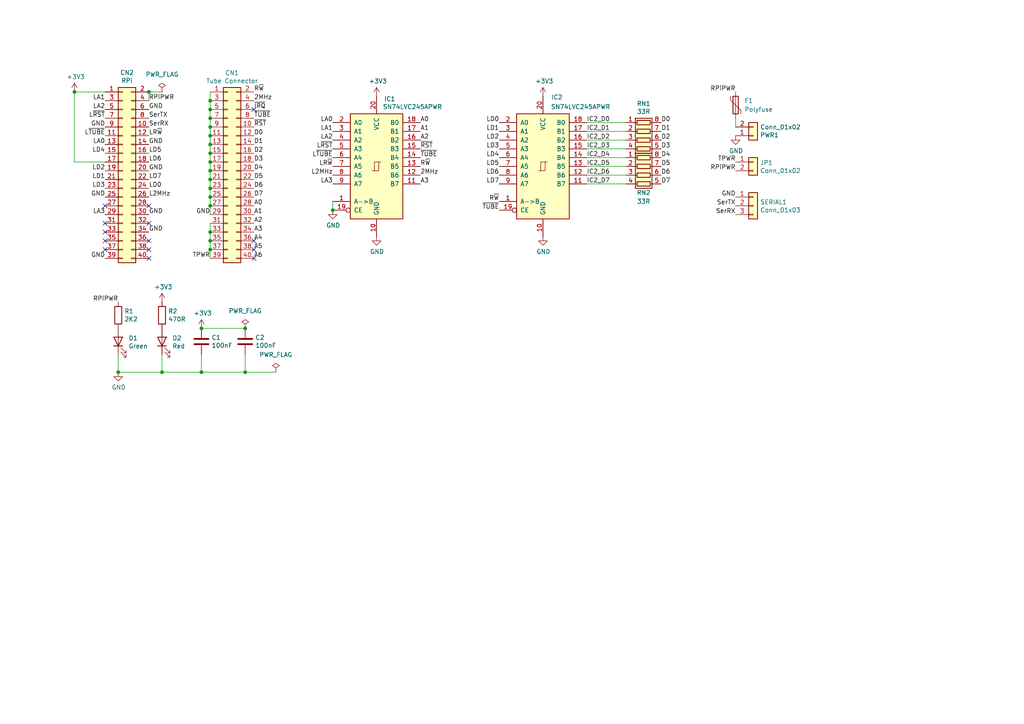
<source format=kicad_sch>
(kicad_sch
	(version 20250114)
	(generator "eeschema")
	(generator_version "9.0")
	(uuid "e05985c5-8029-4711-bfdc-2fe85ce17817")
	(paper "A4")
	(title_block
		(title "BBC Micro Tube to Raspberry PI Zero Interface")
		(date "2025-03-31")
		(rev "02a")
		(company "Ken Lowe")
		(comment 1 "Rev 02a - Minor position change for RN2")
		(comment 2 "Rev 02 - Added 500mA Polyfuse. Increased LED resistor sizes")
		(comment 3 "Rev 01 - Initial Release")
	)
	(lib_symbols
		(symbol "74xx:74LS245"
			(pin_names
				(offset 1.016)
			)
			(exclude_from_sim no)
			(in_bom yes)
			(on_board yes)
			(property "Reference" "U"
				(at -7.62 16.51 0)
				(effects
					(font
						(size 1.27 1.27)
					)
				)
			)
			(property "Value" "74LS245"
				(at -7.62 -16.51 0)
				(effects
					(font
						(size 1.27 1.27)
					)
				)
			)
			(property "Footprint" ""
				(at 0 0 0)
				(effects
					(font
						(size 1.27 1.27)
					)
					(hide yes)
				)
			)
			(property "Datasheet" "http://www.ti.com/lit/gpn/sn74LS245"
				(at 0 0 0)
				(effects
					(font
						(size 1.27 1.27)
					)
					(hide yes)
				)
			)
			(property "Description" "Octal BUS Transceivers, 3-State outputs"
				(at 0 0 0)
				(effects
					(font
						(size 1.27 1.27)
					)
					(hide yes)
				)
			)
			(property "ki_locked" ""
				(at 0 0 0)
				(effects
					(font
						(size 1.27 1.27)
					)
				)
			)
			(property "ki_keywords" "TTL BUS 3State"
				(at 0 0 0)
				(effects
					(font
						(size 1.27 1.27)
					)
					(hide yes)
				)
			)
			(property "ki_fp_filters" "DIP?20*"
				(at 0 0 0)
				(effects
					(font
						(size 1.27 1.27)
					)
					(hide yes)
				)
			)
			(symbol "74LS245_1_0"
				(polyline
					(pts
						(xy -1.27 -1.27) (xy 0.635 -1.27) (xy 0.635 1.27) (xy 1.27 1.27)
					)
					(stroke
						(width 0)
						(type default)
					)
					(fill
						(type none)
					)
				)
				(polyline
					(pts
						(xy -0.635 -1.27) (xy -0.635 1.27) (xy 0.635 1.27)
					)
					(stroke
						(width 0)
						(type default)
					)
					(fill
						(type none)
					)
				)
				(pin tri_state line
					(at -12.7 12.7 0)
					(length 5.08)
					(name "A0"
						(effects
							(font
								(size 1.27 1.27)
							)
						)
					)
					(number "2"
						(effects
							(font
								(size 1.27 1.27)
							)
						)
					)
				)
				(pin tri_state line
					(at -12.7 10.16 0)
					(length 5.08)
					(name "A1"
						(effects
							(font
								(size 1.27 1.27)
							)
						)
					)
					(number "3"
						(effects
							(font
								(size 1.27 1.27)
							)
						)
					)
				)
				(pin tri_state line
					(at -12.7 7.62 0)
					(length 5.08)
					(name "A2"
						(effects
							(font
								(size 1.27 1.27)
							)
						)
					)
					(number "4"
						(effects
							(font
								(size 1.27 1.27)
							)
						)
					)
				)
				(pin tri_state line
					(at -12.7 5.08 0)
					(length 5.08)
					(name "A3"
						(effects
							(font
								(size 1.27 1.27)
							)
						)
					)
					(number "5"
						(effects
							(font
								(size 1.27 1.27)
							)
						)
					)
				)
				(pin tri_state line
					(at -12.7 2.54 0)
					(length 5.08)
					(name "A4"
						(effects
							(font
								(size 1.27 1.27)
							)
						)
					)
					(number "6"
						(effects
							(font
								(size 1.27 1.27)
							)
						)
					)
				)
				(pin tri_state line
					(at -12.7 0 0)
					(length 5.08)
					(name "A5"
						(effects
							(font
								(size 1.27 1.27)
							)
						)
					)
					(number "7"
						(effects
							(font
								(size 1.27 1.27)
							)
						)
					)
				)
				(pin tri_state line
					(at -12.7 -2.54 0)
					(length 5.08)
					(name "A6"
						(effects
							(font
								(size 1.27 1.27)
							)
						)
					)
					(number "8"
						(effects
							(font
								(size 1.27 1.27)
							)
						)
					)
				)
				(pin tri_state line
					(at -12.7 -5.08 0)
					(length 5.08)
					(name "A7"
						(effects
							(font
								(size 1.27 1.27)
							)
						)
					)
					(number "9"
						(effects
							(font
								(size 1.27 1.27)
							)
						)
					)
				)
				(pin input line
					(at -12.7 -10.16 0)
					(length 5.08)
					(name "A->B"
						(effects
							(font
								(size 1.27 1.27)
							)
						)
					)
					(number "1"
						(effects
							(font
								(size 1.27 1.27)
							)
						)
					)
				)
				(pin input inverted
					(at -12.7 -12.7 0)
					(length 5.08)
					(name "CE"
						(effects
							(font
								(size 1.27 1.27)
							)
						)
					)
					(number "19"
						(effects
							(font
								(size 1.27 1.27)
							)
						)
					)
				)
				(pin power_in line
					(at 0 20.32 270)
					(length 5.08)
					(name "VCC"
						(effects
							(font
								(size 1.27 1.27)
							)
						)
					)
					(number "20"
						(effects
							(font
								(size 1.27 1.27)
							)
						)
					)
				)
				(pin power_in line
					(at 0 -20.32 90)
					(length 5.08)
					(name "GND"
						(effects
							(font
								(size 1.27 1.27)
							)
						)
					)
					(number "10"
						(effects
							(font
								(size 1.27 1.27)
							)
						)
					)
				)
				(pin tri_state line
					(at 12.7 12.7 180)
					(length 5.08)
					(name "B0"
						(effects
							(font
								(size 1.27 1.27)
							)
						)
					)
					(number "18"
						(effects
							(font
								(size 1.27 1.27)
							)
						)
					)
				)
				(pin tri_state line
					(at 12.7 10.16 180)
					(length 5.08)
					(name "B1"
						(effects
							(font
								(size 1.27 1.27)
							)
						)
					)
					(number "17"
						(effects
							(font
								(size 1.27 1.27)
							)
						)
					)
				)
				(pin tri_state line
					(at 12.7 7.62 180)
					(length 5.08)
					(name "B2"
						(effects
							(font
								(size 1.27 1.27)
							)
						)
					)
					(number "16"
						(effects
							(font
								(size 1.27 1.27)
							)
						)
					)
				)
				(pin tri_state line
					(at 12.7 5.08 180)
					(length 5.08)
					(name "B3"
						(effects
							(font
								(size 1.27 1.27)
							)
						)
					)
					(number "15"
						(effects
							(font
								(size 1.27 1.27)
							)
						)
					)
				)
				(pin tri_state line
					(at 12.7 2.54 180)
					(length 5.08)
					(name "B4"
						(effects
							(font
								(size 1.27 1.27)
							)
						)
					)
					(number "14"
						(effects
							(font
								(size 1.27 1.27)
							)
						)
					)
				)
				(pin tri_state line
					(at 12.7 0 180)
					(length 5.08)
					(name "B5"
						(effects
							(font
								(size 1.27 1.27)
							)
						)
					)
					(number "13"
						(effects
							(font
								(size 1.27 1.27)
							)
						)
					)
				)
				(pin tri_state line
					(at 12.7 -2.54 180)
					(length 5.08)
					(name "B6"
						(effects
							(font
								(size 1.27 1.27)
							)
						)
					)
					(number "12"
						(effects
							(font
								(size 1.27 1.27)
							)
						)
					)
				)
				(pin tri_state line
					(at 12.7 -5.08 180)
					(length 5.08)
					(name "B7"
						(effects
							(font
								(size 1.27 1.27)
							)
						)
					)
					(number "11"
						(effects
							(font
								(size 1.27 1.27)
							)
						)
					)
				)
			)
			(symbol "74LS245_1_1"
				(rectangle
					(start -7.62 15.24)
					(end 7.62 -15.24)
					(stroke
						(width 0.254)
						(type default)
					)
					(fill
						(type background)
					)
				)
			)
			(embedded_fonts no)
		)
		(symbol "ADA3708_1"
			(pin_names
				(offset 1.016)
			)
			(exclude_from_sim no)
			(in_bom yes)
			(on_board yes)
			(property "Reference" "A"
				(at -20.3454 26.6954 0)
				(effects
					(font
						(size 1.27 1.27)
					)
					(justify left bottom)
				)
			)
			(property "Value" "ADA3708"
				(at -20.3454 -30.5054 0)
				(effects
					(font
						(size 1.27 1.27)
					)
					(justify left bottom)
				)
			)
			(property "Footprint" "ADA3708_RPI-ZERO"
				(at 0 0 0)
				(effects
					(font
						(size 1.27 1.27)
					)
					(justify left bottom)
					(hide yes)
				)
			)
			(property "Datasheet" "MAnufactutrer Recommendations"
				(at 0 0 0)
				(effects
					(font
						(size 1.27 1.27)
					)
					(justify left bottom)
					(hide yes)
				)
			)
			(property "Description" ""
				(at 0 0 0)
				(effects
					(font
						(size 1.27 1.27)
					)
					(hide yes)
				)
			)
			(property "Field4" "Raspberry"
				(at 0 0 0)
				(effects
					(font
						(size 1.27 1.27)
					)
					(justify left bottom)
					(hide yes)
				)
			)
			(property "ki_locked" ""
				(at 0 0 0)
				(effects
					(font
						(size 1.27 1.27)
					)
				)
			)
			(symbol "ADA3708_1_0_0"
				(polyline
					(pts
						(xy -20.32 25.4) (xy 20.32 25.4)
					)
					(stroke
						(width 0.254)
						(type solid)
					)
					(fill
						(type none)
					)
				)
				(polyline
					(pts
						(xy -20.32 -27.94) (xy -20.32 25.4)
					)
					(stroke
						(width 0.254)
						(type solid)
					)
					(fill
						(type none)
					)
				)
				(polyline
					(pts
						(xy 20.32 25.4) (xy 20.32 -27.94)
					)
					(stroke
						(width 0.254)
						(type solid)
					)
					(fill
						(type none)
					)
				)
				(polyline
					(pts
						(xy 20.32 -27.94) (xy -20.32 -27.94)
					)
					(stroke
						(width 0.254)
						(type solid)
					)
					(fill
						(type none)
					)
				)
				(pin power_in line
					(at -22.86 22.86 0)
					(length 2.54)
					(name "3V3[1]"
						(effects
							(font
								(size 1.016 1.016)
							)
						)
					)
					(number "1"
						(effects
							(font
								(size 1.016 1.016)
							)
						)
					)
				)
				(pin bidirectional line
					(at -22.86 20.32 0)
					(length 2.54)
					(name "GPIO2/SDA"
						(effects
							(font
								(size 1.016 1.016)
							)
						)
					)
					(number "3"
						(effects
							(font
								(size 1.016 1.016)
							)
						)
					)
				)
				(pin bidirectional line
					(at -22.86 17.78 0)
					(length 2.54)
					(name "GPIO3/SCL"
						(effects
							(font
								(size 1.016 1.016)
							)
						)
					)
					(number "5"
						(effects
							(font
								(size 1.016 1.016)
							)
						)
					)
				)
				(pin bidirectional line
					(at -22.86 15.24 0)
					(length 2.54)
					(name "GPIO4/GPCKL0"
						(effects
							(font
								(size 1.016 1.016)
							)
						)
					)
					(number "7"
						(effects
							(font
								(size 1.016 1.016)
							)
						)
					)
				)
				(pin power_in line
					(at -22.86 12.7 0)
					(length 2.54)
					(name "GND[1]"
						(effects
							(font
								(size 1.016 1.016)
							)
						)
					)
					(number "9"
						(effects
							(font
								(size 1.016 1.016)
							)
						)
					)
				)
				(pin bidirectional line
					(at -22.86 10.16 0)
					(length 2.54)
					(name "GPIO17/GEN0"
						(effects
							(font
								(size 1.016 1.016)
							)
						)
					)
					(number "11"
						(effects
							(font
								(size 1.016 1.016)
							)
						)
					)
				)
				(pin bidirectional line
					(at -22.86 7.62 0)
					(length 2.54)
					(name "GPIO27/GEN2"
						(effects
							(font
								(size 1.016 1.016)
							)
						)
					)
					(number "13"
						(effects
							(font
								(size 1.016 1.016)
							)
						)
					)
				)
				(pin bidirectional line
					(at -22.86 5.08 0)
					(length 2.54)
					(name "GPIO22/GEN3"
						(effects
							(font
								(size 1.016 1.016)
							)
						)
					)
					(number "15"
						(effects
							(font
								(size 1.016 1.016)
							)
						)
					)
				)
				(pin power_in line
					(at -22.86 2.54 0)
					(length 2.54)
					(name "3V3[2]"
						(effects
							(font
								(size 1.016 1.016)
							)
						)
					)
					(number "17"
						(effects
							(font
								(size 1.016 1.016)
							)
						)
					)
				)
				(pin bidirectional line
					(at -22.86 0 0)
					(length 2.54)
					(name "GPIO10/MOSI"
						(effects
							(font
								(size 1.016 1.016)
							)
						)
					)
					(number "19"
						(effects
							(font
								(size 1.016 1.016)
							)
						)
					)
				)
				(pin bidirectional line
					(at -22.86 -2.54 0)
					(length 2.54)
					(name "GPIO9/MISO"
						(effects
							(font
								(size 1.016 1.016)
							)
						)
					)
					(number "21"
						(effects
							(font
								(size 1.016 1.016)
							)
						)
					)
				)
				(pin bidirectional line
					(at -22.86 -5.08 0)
					(length 2.54)
					(name "GPIO11/SCLK"
						(effects
							(font
								(size 1.016 1.016)
							)
						)
					)
					(number "23"
						(effects
							(font
								(size 1.016 1.016)
							)
						)
					)
				)
				(pin power_in line
					(at -22.86 -7.62 0)
					(length 2.54)
					(name "GND[2]"
						(effects
							(font
								(size 1.016 1.016)
							)
						)
					)
					(number "25"
						(effects
							(font
								(size 1.016 1.016)
							)
						)
					)
				)
				(pin bidirectional line
					(at -22.86 -10.16 0)
					(length 2.54)
					(name "ID_SD"
						(effects
							(font
								(size 1.016 1.016)
							)
						)
					)
					(number "27"
						(effects
							(font
								(size 1.016 1.016)
							)
						)
					)
				)
				(pin bidirectional line
					(at -22.86 -12.7 0)
					(length 2.54)
					(name "GPIO5"
						(effects
							(font
								(size 1.016 1.016)
							)
						)
					)
					(number "29"
						(effects
							(font
								(size 1.016 1.016)
							)
						)
					)
				)
				(pin bidirectional line
					(at -22.86 -15.24 0)
					(length 2.54)
					(name "GPIO6"
						(effects
							(font
								(size 1.016 1.016)
							)
						)
					)
					(number "31"
						(effects
							(font
								(size 1.016 1.016)
							)
						)
					)
				)
				(pin bidirectional line
					(at -22.86 -17.78 0)
					(length 2.54)
					(name "GPIO13"
						(effects
							(font
								(size 1.016 1.016)
							)
						)
					)
					(number "33"
						(effects
							(font
								(size 1.016 1.016)
							)
						)
					)
				)
				(pin bidirectional line
					(at -22.86 -20.32 0)
					(length 2.54)
					(name "GPIO19"
						(effects
							(font
								(size 1.016 1.016)
							)
						)
					)
					(number "35"
						(effects
							(font
								(size 1.016 1.016)
							)
						)
					)
				)
				(pin bidirectional line
					(at -22.86 -22.86 0)
					(length 2.54)
					(name "GPIO26"
						(effects
							(font
								(size 1.016 1.016)
							)
						)
					)
					(number "37"
						(effects
							(font
								(size 1.016 1.016)
							)
						)
					)
				)
				(pin power_in line
					(at -22.86 -25.4 0)
					(length 2.54)
					(name "GND[3]"
						(effects
							(font
								(size 1.016 1.016)
							)
						)
					)
					(number "39"
						(effects
							(font
								(size 1.016 1.016)
							)
						)
					)
				)
				(pin power_in line
					(at 22.86 22.86 180)
					(length 2.54)
					(name "5V[1]"
						(effects
							(font
								(size 1.016 1.016)
							)
						)
					)
					(number "2"
						(effects
							(font
								(size 1.016 1.016)
							)
						)
					)
				)
				(pin power_in line
					(at 22.86 20.32 180)
					(length 2.54)
					(name "5V[2]"
						(effects
							(font
								(size 1.016 1.016)
							)
						)
					)
					(number "4"
						(effects
							(font
								(size 1.016 1.016)
							)
						)
					)
				)
				(pin power_in line
					(at 22.86 17.78 180)
					(length 2.54)
					(name "GND[8]"
						(effects
							(font
								(size 1.016 1.016)
							)
						)
					)
					(number "6"
						(effects
							(font
								(size 1.016 1.016)
							)
						)
					)
				)
				(pin bidirectional line
					(at 22.86 15.24 180)
					(length 2.54)
					(name "TXD0/GPIO14"
						(effects
							(font
								(size 1.016 1.016)
							)
						)
					)
					(number "8"
						(effects
							(font
								(size 1.016 1.016)
							)
						)
					)
				)
				(pin bidirectional line
					(at 22.86 12.7 180)
					(length 2.54)
					(name "RXD0/GPIO15"
						(effects
							(font
								(size 1.016 1.016)
							)
						)
					)
					(number "10"
						(effects
							(font
								(size 1.016 1.016)
							)
						)
					)
				)
				(pin bidirectional line
					(at 22.86 10.16 180)
					(length 2.54)
					(name "GPIO18"
						(effects
							(font
								(size 1.016 1.016)
							)
						)
					)
					(number "12"
						(effects
							(font
								(size 1.016 1.016)
							)
						)
					)
				)
				(pin power_in line
					(at 22.86 7.62 180)
					(length 2.54)
					(name "GND[4]"
						(effects
							(font
								(size 1.016 1.016)
							)
						)
					)
					(number "14"
						(effects
							(font
								(size 1.016 1.016)
							)
						)
					)
				)
				(pin bidirectional line
					(at 22.86 5.08 180)
					(length 2.54)
					(name "GEN4/GPIO23"
						(effects
							(font
								(size 1.016 1.016)
							)
						)
					)
					(number "16"
						(effects
							(font
								(size 1.016 1.016)
							)
						)
					)
				)
				(pin bidirectional line
					(at 22.86 2.54 180)
					(length 2.54)
					(name "GEN5/GPIO24"
						(effects
							(font
								(size 1.016 1.016)
							)
						)
					)
					(number "18"
						(effects
							(font
								(size 1.016 1.016)
							)
						)
					)
				)
				(pin power_in line
					(at 22.86 0 180)
					(length 2.54)
					(name "GND[5]"
						(effects
							(font
								(size 1.016 1.016)
							)
						)
					)
					(number "20"
						(effects
							(font
								(size 1.016 1.016)
							)
						)
					)
				)
				(pin bidirectional line
					(at 22.86 -2.54 180)
					(length 2.54)
					(name "GEN/6GPIO25"
						(effects
							(font
								(size 1.016 1.016)
							)
						)
					)
					(number "22"
						(effects
							(font
								(size 1.016 1.016)
							)
						)
					)
				)
				(pin bidirectional line
					(at 22.86 -5.08 180)
					(length 2.54)
					(name "~{CE0!/GPIO8}"
						(effects
							(font
								(size 1.016 1.016)
							)
						)
					)
					(number "24"
						(effects
							(font
								(size 1.016 1.016)
							)
						)
					)
				)
				(pin bidirectional line
					(at 22.86 -7.62 180)
					(length 2.54)
					(name "~{CE1/!GPIO7}"
						(effects
							(font
								(size 1.016 1.016)
							)
						)
					)
					(number "26"
						(effects
							(font
								(size 1.016 1.016)
							)
						)
					)
				)
				(pin bidirectional line
					(at 22.86 -10.16 180)
					(length 2.54)
					(name "ID_SC"
						(effects
							(font
								(size 1.016 1.016)
							)
						)
					)
					(number "28"
						(effects
							(font
								(size 1.016 1.016)
							)
						)
					)
				)
				(pin power_in line
					(at 22.86 -12.7 180)
					(length 2.54)
					(name "GND[6]"
						(effects
							(font
								(size 1.016 1.016)
							)
						)
					)
					(number "30"
						(effects
							(font
								(size 1.016 1.016)
							)
						)
					)
				)
				(pin bidirectional line
					(at 22.86 -15.24 180)
					(length 2.54)
					(name "GPIO12"
						(effects
							(font
								(size 1.016 1.016)
							)
						)
					)
					(number "32"
						(effects
							(font
								(size 1.016 1.016)
							)
						)
					)
				)
				(pin power_in line
					(at 22.86 -17.78 180)
					(length 2.54)
					(name "GND[7]"
						(effects
							(font
								(size 1.016 1.016)
							)
						)
					)
					(number "34"
						(effects
							(font
								(size 1.016 1.016)
							)
						)
					)
				)
				(pin bidirectional line
					(at 22.86 -20.32 180)
					(length 2.54)
					(name "GPIO16"
						(effects
							(font
								(size 1.016 1.016)
							)
						)
					)
					(number "36"
						(effects
							(font
								(size 1.016 1.016)
							)
						)
					)
				)
				(pin bidirectional line
					(at 22.86 -22.86 180)
					(length 2.54)
					(name "GPIO20"
						(effects
							(font
								(size 1.016 1.016)
							)
						)
					)
					(number "38"
						(effects
							(font
								(size 1.016 1.016)
							)
						)
					)
				)
				(pin bidirectional line
					(at 22.86 -25.4 180)
					(length 2.54)
					(name "GPIO21"
						(effects
							(font
								(size 1.016 1.016)
							)
						)
					)
					(number "40"
						(effects
							(font
								(size 1.016 1.016)
							)
						)
					)
				)
			)
			(embedded_fonts no)
		)
		(symbol "Connector_Generic:Conn_01x02"
			(pin_names
				(offset 1.016)
				(hide yes)
			)
			(exclude_from_sim no)
			(in_bom yes)
			(on_board yes)
			(property "Reference" "J"
				(at 0 2.54 0)
				(effects
					(font
						(size 1.27 1.27)
					)
				)
			)
			(property "Value" "Conn_01x02"
				(at 0 -5.08 0)
				(effects
					(font
						(size 1.27 1.27)
					)
				)
			)
			(property "Footprint" ""
				(at 0 0 0)
				(effects
					(font
						(size 1.27 1.27)
					)
					(hide yes)
				)
			)
			(property "Datasheet" "~"
				(at 0 0 0)
				(effects
					(font
						(size 1.27 1.27)
					)
					(hide yes)
				)
			)
			(property "Description" "Generic connector, single row, 01x02, script generated (kicad-library-utils/schlib/autogen/connector/)"
				(at 0 0 0)
				(effects
					(font
						(size 1.27 1.27)
					)
					(hide yes)
				)
			)
			(property "ki_keywords" "connector"
				(at 0 0 0)
				(effects
					(font
						(size 1.27 1.27)
					)
					(hide yes)
				)
			)
			(property "ki_fp_filters" "Connector*:*_1x??_*"
				(at 0 0 0)
				(effects
					(font
						(size 1.27 1.27)
					)
					(hide yes)
				)
			)
			(symbol "Conn_01x02_1_1"
				(rectangle
					(start -1.27 1.27)
					(end 1.27 -3.81)
					(stroke
						(width 0.254)
						(type default)
					)
					(fill
						(type background)
					)
				)
				(rectangle
					(start -1.27 0.127)
					(end 0 -0.127)
					(stroke
						(width 0.1524)
						(type default)
					)
					(fill
						(type none)
					)
				)
				(rectangle
					(start -1.27 -2.413)
					(end 0 -2.667)
					(stroke
						(width 0.1524)
						(type default)
					)
					(fill
						(type none)
					)
				)
				(pin passive line
					(at -5.08 0 0)
					(length 3.81)
					(name "Pin_1"
						(effects
							(font
								(size 1.27 1.27)
							)
						)
					)
					(number "1"
						(effects
							(font
								(size 1.27 1.27)
							)
						)
					)
				)
				(pin passive line
					(at -5.08 -2.54 0)
					(length 3.81)
					(name "Pin_2"
						(effects
							(font
								(size 1.27 1.27)
							)
						)
					)
					(number "2"
						(effects
							(font
								(size 1.27 1.27)
							)
						)
					)
				)
			)
			(embedded_fonts no)
		)
		(symbol "Connector_Generic:Conn_01x03"
			(pin_names
				(offset 1.016)
				(hide yes)
			)
			(exclude_from_sim no)
			(in_bom yes)
			(on_board yes)
			(property "Reference" "J"
				(at 0 5.08 0)
				(effects
					(font
						(size 1.27 1.27)
					)
				)
			)
			(property "Value" "Conn_01x03"
				(at 0 -5.08 0)
				(effects
					(font
						(size 1.27 1.27)
					)
				)
			)
			(property "Footprint" ""
				(at 0 0 0)
				(effects
					(font
						(size 1.27 1.27)
					)
					(hide yes)
				)
			)
			(property "Datasheet" "~"
				(at 0 0 0)
				(effects
					(font
						(size 1.27 1.27)
					)
					(hide yes)
				)
			)
			(property "Description" "Generic connector, single row, 01x03, script generated (kicad-library-utils/schlib/autogen/connector/)"
				(at 0 0 0)
				(effects
					(font
						(size 1.27 1.27)
					)
					(hide yes)
				)
			)
			(property "ki_keywords" "connector"
				(at 0 0 0)
				(effects
					(font
						(size 1.27 1.27)
					)
					(hide yes)
				)
			)
			(property "ki_fp_filters" "Connector*:*_1x??_*"
				(at 0 0 0)
				(effects
					(font
						(size 1.27 1.27)
					)
					(hide yes)
				)
			)
			(symbol "Conn_01x03_1_1"
				(rectangle
					(start -1.27 3.81)
					(end 1.27 -3.81)
					(stroke
						(width 0.254)
						(type default)
					)
					(fill
						(type background)
					)
				)
				(rectangle
					(start -1.27 2.667)
					(end 0 2.413)
					(stroke
						(width 0.1524)
						(type default)
					)
					(fill
						(type none)
					)
				)
				(rectangle
					(start -1.27 0.127)
					(end 0 -0.127)
					(stroke
						(width 0.1524)
						(type default)
					)
					(fill
						(type none)
					)
				)
				(rectangle
					(start -1.27 -2.413)
					(end 0 -2.667)
					(stroke
						(width 0.1524)
						(type default)
					)
					(fill
						(type none)
					)
				)
				(pin passive line
					(at -5.08 2.54 0)
					(length 3.81)
					(name "Pin_1"
						(effects
							(font
								(size 1.27 1.27)
							)
						)
					)
					(number "1"
						(effects
							(font
								(size 1.27 1.27)
							)
						)
					)
				)
				(pin passive line
					(at -5.08 0 0)
					(length 3.81)
					(name "Pin_2"
						(effects
							(font
								(size 1.27 1.27)
							)
						)
					)
					(number "2"
						(effects
							(font
								(size 1.27 1.27)
							)
						)
					)
				)
				(pin passive line
					(at -5.08 -2.54 0)
					(length 3.81)
					(name "Pin_3"
						(effects
							(font
								(size 1.27 1.27)
							)
						)
					)
					(number "3"
						(effects
							(font
								(size 1.27 1.27)
							)
						)
					)
				)
			)
			(embedded_fonts no)
		)
		(symbol "Connector_Generic:Conn_02x20_Odd_Even"
			(pin_names
				(offset 1.016)
				(hide yes)
			)
			(exclude_from_sim no)
			(in_bom yes)
			(on_board yes)
			(property "Reference" "J"
				(at 1.27 25.4 0)
				(effects
					(font
						(size 1.27 1.27)
					)
				)
			)
			(property "Value" "Conn_02x20_Odd_Even"
				(at 1.27 -27.94 0)
				(effects
					(font
						(size 1.27 1.27)
					)
				)
			)
			(property "Footprint" ""
				(at 0 0 0)
				(effects
					(font
						(size 1.27 1.27)
					)
					(hide yes)
				)
			)
			(property "Datasheet" "~"
				(at 0 0 0)
				(effects
					(font
						(size 1.27 1.27)
					)
					(hide yes)
				)
			)
			(property "Description" "Generic connector, double row, 02x20, odd/even pin numbering scheme (row 1 odd numbers, row 2 even numbers), script generated (kicad-library-utils/schlib/autogen/connector/)"
				(at 0 0 0)
				(effects
					(font
						(size 1.27 1.27)
					)
					(hide yes)
				)
			)
			(property "ki_keywords" "connector"
				(at 0 0 0)
				(effects
					(font
						(size 1.27 1.27)
					)
					(hide yes)
				)
			)
			(property "ki_fp_filters" "Connector*:*_2x??_*"
				(at 0 0 0)
				(effects
					(font
						(size 1.27 1.27)
					)
					(hide yes)
				)
			)
			(symbol "Conn_02x20_Odd_Even_1_1"
				(rectangle
					(start -1.27 24.13)
					(end 3.81 -26.67)
					(stroke
						(width 0.254)
						(type default)
					)
					(fill
						(type background)
					)
				)
				(rectangle
					(start -1.27 22.987)
					(end 0 22.733)
					(stroke
						(width 0.1524)
						(type default)
					)
					(fill
						(type none)
					)
				)
				(rectangle
					(start -1.27 20.447)
					(end 0 20.193)
					(stroke
						(width 0.1524)
						(type default)
					)
					(fill
						(type none)
					)
				)
				(rectangle
					(start -1.27 17.907)
					(end 0 17.653)
					(stroke
						(width 0.1524)
						(type default)
					)
					(fill
						(type none)
					)
				)
				(rectangle
					(start -1.27 15.367)
					(end 0 15.113)
					(stroke
						(width 0.1524)
						(type default)
					)
					(fill
						(type none)
					)
				)
				(rectangle
					(start -1.27 12.827)
					(end 0 12.573)
					(stroke
						(width 0.1524)
						(type default)
					)
					(fill
						(type none)
					)
				)
				(rectangle
					(start -1.27 10.287)
					(end 0 10.033)
					(stroke
						(width 0.1524)
						(type default)
					)
					(fill
						(type none)
					)
				)
				(rectangle
					(start -1.27 7.747)
					(end 0 7.493)
					(stroke
						(width 0.1524)
						(type default)
					)
					(fill
						(type none)
					)
				)
				(rectangle
					(start -1.27 5.207)
					(end 0 4.953)
					(stroke
						(width 0.1524)
						(type default)
					)
					(fill
						(type none)
					)
				)
				(rectangle
					(start -1.27 2.667)
					(end 0 2.413)
					(stroke
						(width 0.1524)
						(type default)
					)
					(fill
						(type none)
					)
				)
				(rectangle
					(start -1.27 0.127)
					(end 0 -0.127)
					(stroke
						(width 0.1524)
						(type default)
					)
					(fill
						(type none)
					)
				)
				(rectangle
					(start -1.27 -2.413)
					(end 0 -2.667)
					(stroke
						(width 0.1524)
						(type default)
					)
					(fill
						(type none)
					)
				)
				(rectangle
					(start -1.27 -4.953)
					(end 0 -5.207)
					(stroke
						(width 0.1524)
						(type default)
					)
					(fill
						(type none)
					)
				)
				(rectangle
					(start -1.27 -7.493)
					(end 0 -7.747)
					(stroke
						(width 0.1524)
						(type default)
					)
					(fill
						(type none)
					)
				)
				(rectangle
					(start -1.27 -10.033)
					(end 0 -10.287)
					(stroke
						(width 0.1524)
						(type default)
					)
					(fill
						(type none)
					)
				)
				(rectangle
					(start -1.27 -12.573)
					(end 0 -12.827)
					(stroke
						(width 0.1524)
						(type default)
					)
					(fill
						(type none)
					)
				)
				(rectangle
					(start -1.27 -15.113)
					(end 0 -15.367)
					(stroke
						(width 0.1524)
						(type default)
					)
					(fill
						(type none)
					)
				)
				(rectangle
					(start -1.27 -17.653)
					(end 0 -17.907)
					(stroke
						(width 0.1524)
						(type default)
					)
					(fill
						(type none)
					)
				)
				(rectangle
					(start -1.27 -20.193)
					(end 0 -20.447)
					(stroke
						(width 0.1524)
						(type default)
					)
					(fill
						(type none)
					)
				)
				(rectangle
					(start -1.27 -22.733)
					(end 0 -22.987)
					(stroke
						(width 0.1524)
						(type default)
					)
					(fill
						(type none)
					)
				)
				(rectangle
					(start -1.27 -25.273)
					(end 0 -25.527)
					(stroke
						(width 0.1524)
						(type default)
					)
					(fill
						(type none)
					)
				)
				(rectangle
					(start 3.81 22.987)
					(end 2.54 22.733)
					(stroke
						(width 0.1524)
						(type default)
					)
					(fill
						(type none)
					)
				)
				(rectangle
					(start 3.81 20.447)
					(end 2.54 20.193)
					(stroke
						(width 0.1524)
						(type default)
					)
					(fill
						(type none)
					)
				)
				(rectangle
					(start 3.81 17.907)
					(end 2.54 17.653)
					(stroke
						(width 0.1524)
						(type default)
					)
					(fill
						(type none)
					)
				)
				(rectangle
					(start 3.81 15.367)
					(end 2.54 15.113)
					(stroke
						(width 0.1524)
						(type default)
					)
					(fill
						(type none)
					)
				)
				(rectangle
					(start 3.81 12.827)
					(end 2.54 12.573)
					(stroke
						(width 0.1524)
						(type default)
					)
					(fill
						(type none)
					)
				)
				(rectangle
					(start 3.81 10.287)
					(end 2.54 10.033)
					(stroke
						(width 0.1524)
						(type default)
					)
					(fill
						(type none)
					)
				)
				(rectangle
					(start 3.81 7.747)
					(end 2.54 7.493)
					(stroke
						(width 0.1524)
						(type default)
					)
					(fill
						(type none)
					)
				)
				(rectangle
					(start 3.81 5.207)
					(end 2.54 4.953)
					(stroke
						(width 0.1524)
						(type default)
					)
					(fill
						(type none)
					)
				)
				(rectangle
					(start 3.81 2.667)
					(end 2.54 2.413)
					(stroke
						(width 0.1524)
						(type default)
					)
					(fill
						(type none)
					)
				)
				(rectangle
					(start 3.81 0.127)
					(end 2.54 -0.127)
					(stroke
						(width 0.1524)
						(type default)
					)
					(fill
						(type none)
					)
				)
				(rectangle
					(start 3.81 -2.413)
					(end 2.54 -2.667)
					(stroke
						(width 0.1524)
						(type default)
					)
					(fill
						(type none)
					)
				)
				(rectangle
					(start 3.81 -4.953)
					(end 2.54 -5.207)
					(stroke
						(width 0.1524)
						(type default)
					)
					(fill
						(type none)
					)
				)
				(rectangle
					(start 3.81 -7.493)
					(end 2.54 -7.747)
					(stroke
						(width 0.1524)
						(type default)
					)
					(fill
						(type none)
					)
				)
				(rectangle
					(start 3.81 -10.033)
					(end 2.54 -10.287)
					(stroke
						(width 0.1524)
						(type default)
					)
					(fill
						(type none)
					)
				)
				(rectangle
					(start 3.81 -12.573)
					(end 2.54 -12.827)
					(stroke
						(width 0.1524)
						(type default)
					)
					(fill
						(type none)
					)
				)
				(rectangle
					(start 3.81 -15.113)
					(end 2.54 -15.367)
					(stroke
						(width 0.1524)
						(type default)
					)
					(fill
						(type none)
					)
				)
				(rectangle
					(start 3.81 -17.653)
					(end 2.54 -17.907)
					(stroke
						(width 0.1524)
						(type default)
					)
					(fill
						(type none)
					)
				)
				(rectangle
					(start 3.81 -20.193)
					(end 2.54 -20.447)
					(stroke
						(width 0.1524)
						(type default)
					)
					(fill
						(type none)
					)
				)
				(rectangle
					(start 3.81 -22.733)
					(end 2.54 -22.987)
					(stroke
						(width 0.1524)
						(type default)
					)
					(fill
						(type none)
					)
				)
				(rectangle
					(start 3.81 -25.273)
					(end 2.54 -25.527)
					(stroke
						(width 0.1524)
						(type default)
					)
					(fill
						(type none)
					)
				)
				(pin passive line
					(at -5.08 22.86 0)
					(length 3.81)
					(name "Pin_1"
						(effects
							(font
								(size 1.27 1.27)
							)
						)
					)
					(number "1"
						(effects
							(font
								(size 1.27 1.27)
							)
						)
					)
				)
				(pin passive line
					(at -5.08 20.32 0)
					(length 3.81)
					(name "Pin_3"
						(effects
							(font
								(size 1.27 1.27)
							)
						)
					)
					(number "3"
						(effects
							(font
								(size 1.27 1.27)
							)
						)
					)
				)
				(pin passive line
					(at -5.08 17.78 0)
					(length 3.81)
					(name "Pin_5"
						(effects
							(font
								(size 1.27 1.27)
							)
						)
					)
					(number "5"
						(effects
							(font
								(size 1.27 1.27)
							)
						)
					)
				)
				(pin passive line
					(at -5.08 15.24 0)
					(length 3.81)
					(name "Pin_7"
						(effects
							(font
								(size 1.27 1.27)
							)
						)
					)
					(number "7"
						(effects
							(font
								(size 1.27 1.27)
							)
						)
					)
				)
				(pin passive line
					(at -5.08 12.7 0)
					(length 3.81)
					(name "Pin_9"
						(effects
							(font
								(size 1.27 1.27)
							)
						)
					)
					(number "9"
						(effects
							(font
								(size 1.27 1.27)
							)
						)
					)
				)
				(pin passive line
					(at -5.08 10.16 0)
					(length 3.81)
					(name "Pin_11"
						(effects
							(font
								(size 1.27 1.27)
							)
						)
					)
					(number "11"
						(effects
							(font
								(size 1.27 1.27)
							)
						)
					)
				)
				(pin passive line
					(at -5.08 7.62 0)
					(length 3.81)
					(name "Pin_13"
						(effects
							(font
								(size 1.27 1.27)
							)
						)
					)
					(number "13"
						(effects
							(font
								(size 1.27 1.27)
							)
						)
					)
				)
				(pin passive line
					(at -5.08 5.08 0)
					(length 3.81)
					(name "Pin_15"
						(effects
							(font
								(size 1.27 1.27)
							)
						)
					)
					(number "15"
						(effects
							(font
								(size 1.27 1.27)
							)
						)
					)
				)
				(pin passive line
					(at -5.08 2.54 0)
					(length 3.81)
					(name "Pin_17"
						(effects
							(font
								(size 1.27 1.27)
							)
						)
					)
					(number "17"
						(effects
							(font
								(size 1.27 1.27)
							)
						)
					)
				)
				(pin passive line
					(at -5.08 0 0)
					(length 3.81)
					(name "Pin_19"
						(effects
							(font
								(size 1.27 1.27)
							)
						)
					)
					(number "19"
						(effects
							(font
								(size 1.27 1.27)
							)
						)
					)
				)
				(pin passive line
					(at -5.08 -2.54 0)
					(length 3.81)
					(name "Pin_21"
						(effects
							(font
								(size 1.27 1.27)
							)
						)
					)
					(number "21"
						(effects
							(font
								(size 1.27 1.27)
							)
						)
					)
				)
				(pin passive line
					(at -5.08 -5.08 0)
					(length 3.81)
					(name "Pin_23"
						(effects
							(font
								(size 1.27 1.27)
							)
						)
					)
					(number "23"
						(effects
							(font
								(size 1.27 1.27)
							)
						)
					)
				)
				(pin passive line
					(at -5.08 -7.62 0)
					(length 3.81)
					(name "Pin_25"
						(effects
							(font
								(size 1.27 1.27)
							)
						)
					)
					(number "25"
						(effects
							(font
								(size 1.27 1.27)
							)
						)
					)
				)
				(pin passive line
					(at -5.08 -10.16 0)
					(length 3.81)
					(name "Pin_27"
						(effects
							(font
								(size 1.27 1.27)
							)
						)
					)
					(number "27"
						(effects
							(font
								(size 1.27 1.27)
							)
						)
					)
				)
				(pin passive line
					(at -5.08 -12.7 0)
					(length 3.81)
					(name "Pin_29"
						(effects
							(font
								(size 1.27 1.27)
							)
						)
					)
					(number "29"
						(effects
							(font
								(size 1.27 1.27)
							)
						)
					)
				)
				(pin passive line
					(at -5.08 -15.24 0)
					(length 3.81)
					(name "Pin_31"
						(effects
							(font
								(size 1.27 1.27)
							)
						)
					)
					(number "31"
						(effects
							(font
								(size 1.27 1.27)
							)
						)
					)
				)
				(pin passive line
					(at -5.08 -17.78 0)
					(length 3.81)
					(name "Pin_33"
						(effects
							(font
								(size 1.27 1.27)
							)
						)
					)
					(number "33"
						(effects
							(font
								(size 1.27 1.27)
							)
						)
					)
				)
				(pin passive line
					(at -5.08 -20.32 0)
					(length 3.81)
					(name "Pin_35"
						(effects
							(font
								(size 1.27 1.27)
							)
						)
					)
					(number "35"
						(effects
							(font
								(size 1.27 1.27)
							)
						)
					)
				)
				(pin passive line
					(at -5.08 -22.86 0)
					(length 3.81)
					(name "Pin_37"
						(effects
							(font
								(size 1.27 1.27)
							)
						)
					)
					(number "37"
						(effects
							(font
								(size 1.27 1.27)
							)
						)
					)
				)
				(pin passive line
					(at -5.08 -25.4 0)
					(length 3.81)
					(name "Pin_39"
						(effects
							(font
								(size 1.27 1.27)
							)
						)
					)
					(number "39"
						(effects
							(font
								(size 1.27 1.27)
							)
						)
					)
				)
				(pin passive line
					(at 7.62 22.86 180)
					(length 3.81)
					(name "Pin_2"
						(effects
							(font
								(size 1.27 1.27)
							)
						)
					)
					(number "2"
						(effects
							(font
								(size 1.27 1.27)
							)
						)
					)
				)
				(pin passive line
					(at 7.62 20.32 180)
					(length 3.81)
					(name "Pin_4"
						(effects
							(font
								(size 1.27 1.27)
							)
						)
					)
					(number "4"
						(effects
							(font
								(size 1.27 1.27)
							)
						)
					)
				)
				(pin passive line
					(at 7.62 17.78 180)
					(length 3.81)
					(name "Pin_6"
						(effects
							(font
								(size 1.27 1.27)
							)
						)
					)
					(number "6"
						(effects
							(font
								(size 1.27 1.27)
							)
						)
					)
				)
				(pin passive line
					(at 7.62 15.24 180)
					(length 3.81)
					(name "Pin_8"
						(effects
							(font
								(size 1.27 1.27)
							)
						)
					)
					(number "8"
						(effects
							(font
								(size 1.27 1.27)
							)
						)
					)
				)
				(pin passive line
					(at 7.62 12.7 180)
					(length 3.81)
					(name "Pin_10"
						(effects
							(font
								(size 1.27 1.27)
							)
						)
					)
					(number "10"
						(effects
							(font
								(size 1.27 1.27)
							)
						)
					)
				)
				(pin passive line
					(at 7.62 10.16 180)
					(length 3.81)
					(name "Pin_12"
						(effects
							(font
								(size 1.27 1.27)
							)
						)
					)
					(number "12"
						(effects
							(font
								(size 1.27 1.27)
							)
						)
					)
				)
				(pin passive line
					(at 7.62 7.62 180)
					(length 3.81)
					(name "Pin_14"
						(effects
							(font
								(size 1.27 1.27)
							)
						)
					)
					(number "14"
						(effects
							(font
								(size 1.27 1.27)
							)
						)
					)
				)
				(pin passive line
					(at 7.62 5.08 180)
					(length 3.81)
					(name "Pin_16"
						(effects
							(font
								(size 1.27 1.27)
							)
						)
					)
					(number "16"
						(effects
							(font
								(size 1.27 1.27)
							)
						)
					)
				)
				(pin passive line
					(at 7.62 2.54 180)
					(length 3.81)
					(name "Pin_18"
						(effects
							(font
								(size 1.27 1.27)
							)
						)
					)
					(number "18"
						(effects
							(font
								(size 1.27 1.27)
							)
						)
					)
				)
				(pin passive line
					(at 7.62 0 180)
					(length 3.81)
					(name "Pin_20"
						(effects
							(font
								(size 1.27 1.27)
							)
						)
					)
					(number "20"
						(effects
							(font
								(size 1.27 1.27)
							)
						)
					)
				)
				(pin passive line
					(at 7.62 -2.54 180)
					(length 3.81)
					(name "Pin_22"
						(effects
							(font
								(size 1.27 1.27)
							)
						)
					)
					(number "22"
						(effects
							(font
								(size 1.27 1.27)
							)
						)
					)
				)
				(pin passive line
					(at 7.62 -5.08 180)
					(length 3.81)
					(name "Pin_24"
						(effects
							(font
								(size 1.27 1.27)
							)
						)
					)
					(number "24"
						(effects
							(font
								(size 1.27 1.27)
							)
						)
					)
				)
				(pin passive line
					(at 7.62 -7.62 180)
					(length 3.81)
					(name "Pin_26"
						(effects
							(font
								(size 1.27 1.27)
							)
						)
					)
					(number "26"
						(effects
							(font
								(size 1.27 1.27)
							)
						)
					)
				)
				(pin passive line
					(at 7.62 -10.16 180)
					(length 3.81)
					(name "Pin_28"
						(effects
							(font
								(size 1.27 1.27)
							)
						)
					)
					(number "28"
						(effects
							(font
								(size 1.27 1.27)
							)
						)
					)
				)
				(pin passive line
					(at 7.62 -12.7 180)
					(length 3.81)
					(name "Pin_30"
						(effects
							(font
								(size 1.27 1.27)
							)
						)
					)
					(number "30"
						(effects
							(font
								(size 1.27 1.27)
							)
						)
					)
				)
				(pin passive line
					(at 7.62 -15.24 180)
					(length 3.81)
					(name "Pin_32"
						(effects
							(font
								(size 1.27 1.27)
							)
						)
					)
					(number "32"
						(effects
							(font
								(size 1.27 1.27)
							)
						)
					)
				)
				(pin passive line
					(at 7.62 -17.78 180)
					(length 3.81)
					(name "Pin_34"
						(effects
							(font
								(size 1.27 1.27)
							)
						)
					)
					(number "34"
						(effects
							(font
								(size 1.27 1.27)
							)
						)
					)
				)
				(pin passive line
					(at 7.62 -20.32 180)
					(length 3.81)
					(name "Pin_36"
						(effects
							(font
								(size 1.27 1.27)
							)
						)
					)
					(number "36"
						(effects
							(font
								(size 1.27 1.27)
							)
						)
					)
				)
				(pin passive line
					(at 7.62 -22.86 180)
					(length 3.81)
					(name "Pin_38"
						(effects
							(font
								(size 1.27 1.27)
							)
						)
					)
					(number "38"
						(effects
							(font
								(size 1.27 1.27)
							)
						)
					)
				)
				(pin passive line
					(at 7.62 -25.4 180)
					(length 3.81)
					(name "Pin_40"
						(effects
							(font
								(size 1.27 1.27)
							)
						)
					)
					(number "40"
						(effects
							(font
								(size 1.27 1.27)
							)
						)
					)
				)
			)
			(embedded_fonts no)
		)
		(symbol "Device:C"
			(pin_numbers
				(hide yes)
			)
			(pin_names
				(offset 0.254)
			)
			(exclude_from_sim no)
			(in_bom yes)
			(on_board yes)
			(property "Reference" "C"
				(at 0.635 2.54 0)
				(effects
					(font
						(size 1.27 1.27)
					)
					(justify left)
				)
			)
			(property "Value" "C"
				(at 0.635 -2.54 0)
				(effects
					(font
						(size 1.27 1.27)
					)
					(justify left)
				)
			)
			(property "Footprint" ""
				(at 0.9652 -3.81 0)
				(effects
					(font
						(size 1.27 1.27)
					)
					(hide yes)
				)
			)
			(property "Datasheet" "~"
				(at 0 0 0)
				(effects
					(font
						(size 1.27 1.27)
					)
					(hide yes)
				)
			)
			(property "Description" "Unpolarized capacitor"
				(at 0 0 0)
				(effects
					(font
						(size 1.27 1.27)
					)
					(hide yes)
				)
			)
			(property "ki_keywords" "cap capacitor"
				(at 0 0 0)
				(effects
					(font
						(size 1.27 1.27)
					)
					(hide yes)
				)
			)
			(property "ki_fp_filters" "C_*"
				(at 0 0 0)
				(effects
					(font
						(size 1.27 1.27)
					)
					(hide yes)
				)
			)
			(symbol "C_0_1"
				(polyline
					(pts
						(xy -2.032 0.762) (xy 2.032 0.762)
					)
					(stroke
						(width 0.508)
						(type default)
					)
					(fill
						(type none)
					)
				)
				(polyline
					(pts
						(xy -2.032 -0.762) (xy 2.032 -0.762)
					)
					(stroke
						(width 0.508)
						(type default)
					)
					(fill
						(type none)
					)
				)
			)
			(symbol "C_1_1"
				(pin passive line
					(at 0 3.81 270)
					(length 2.794)
					(name "~"
						(effects
							(font
								(size 1.27 1.27)
							)
						)
					)
					(number "1"
						(effects
							(font
								(size 1.27 1.27)
							)
						)
					)
				)
				(pin passive line
					(at 0 -3.81 90)
					(length 2.794)
					(name "~"
						(effects
							(font
								(size 1.27 1.27)
							)
						)
					)
					(number "2"
						(effects
							(font
								(size 1.27 1.27)
							)
						)
					)
				)
			)
			(embedded_fonts no)
		)
		(symbol "Device:LED"
			(pin_numbers
				(hide yes)
			)
			(pin_names
				(offset 1.016)
				(hide yes)
			)
			(exclude_from_sim no)
			(in_bom yes)
			(on_board yes)
			(property "Reference" "D"
				(at 0 2.54 0)
				(effects
					(font
						(size 1.27 1.27)
					)
				)
			)
			(property "Value" "LED"
				(at 0 -2.54 0)
				(effects
					(font
						(size 1.27 1.27)
					)
				)
			)
			(property "Footprint" ""
				(at 0 0 0)
				(effects
					(font
						(size 1.27 1.27)
					)
					(hide yes)
				)
			)
			(property "Datasheet" "~"
				(at 0 0 0)
				(effects
					(font
						(size 1.27 1.27)
					)
					(hide yes)
				)
			)
			(property "Description" "Light emitting diode"
				(at 0 0 0)
				(effects
					(font
						(size 1.27 1.27)
					)
					(hide yes)
				)
			)
			(property "Sim.Pins" "1=K 2=A"
				(at 0 0 0)
				(effects
					(font
						(size 1.27 1.27)
					)
					(hide yes)
				)
			)
			(property "ki_keywords" "LED diode"
				(at 0 0 0)
				(effects
					(font
						(size 1.27 1.27)
					)
					(hide yes)
				)
			)
			(property "ki_fp_filters" "LED* LED_SMD:* LED_THT:*"
				(at 0 0 0)
				(effects
					(font
						(size 1.27 1.27)
					)
					(hide yes)
				)
			)
			(symbol "LED_0_1"
				(polyline
					(pts
						(xy -3.048 -0.762) (xy -4.572 -2.286) (xy -3.81 -2.286) (xy -4.572 -2.286) (xy -4.572 -1.524)
					)
					(stroke
						(width 0)
						(type default)
					)
					(fill
						(type none)
					)
				)
				(polyline
					(pts
						(xy -1.778 -0.762) (xy -3.302 -2.286) (xy -2.54 -2.286) (xy -3.302 -2.286) (xy -3.302 -1.524)
					)
					(stroke
						(width 0)
						(type default)
					)
					(fill
						(type none)
					)
				)
				(polyline
					(pts
						(xy -1.27 0) (xy 1.27 0)
					)
					(stroke
						(width 0)
						(type default)
					)
					(fill
						(type none)
					)
				)
				(polyline
					(pts
						(xy -1.27 -1.27) (xy -1.27 1.27)
					)
					(stroke
						(width 0.254)
						(type default)
					)
					(fill
						(type none)
					)
				)
				(polyline
					(pts
						(xy 1.27 -1.27) (xy 1.27 1.27) (xy -1.27 0) (xy 1.27 -1.27)
					)
					(stroke
						(width 0.254)
						(type default)
					)
					(fill
						(type none)
					)
				)
			)
			(symbol "LED_1_1"
				(pin passive line
					(at -3.81 0 0)
					(length 2.54)
					(name "K"
						(effects
							(font
								(size 1.27 1.27)
							)
						)
					)
					(number "1"
						(effects
							(font
								(size 1.27 1.27)
							)
						)
					)
				)
				(pin passive line
					(at 3.81 0 180)
					(length 2.54)
					(name "A"
						(effects
							(font
								(size 1.27 1.27)
							)
						)
					)
					(number "2"
						(effects
							(font
								(size 1.27 1.27)
							)
						)
					)
				)
			)
			(embedded_fonts no)
		)
		(symbol "Device:Polyfuse"
			(pin_numbers
				(hide yes)
			)
			(pin_names
				(offset 0)
			)
			(exclude_from_sim no)
			(in_bom yes)
			(on_board yes)
			(property "Reference" "F"
				(at -2.54 0 90)
				(effects
					(font
						(size 1.27 1.27)
					)
				)
			)
			(property "Value" "Polyfuse"
				(at 2.54 0 90)
				(effects
					(font
						(size 1.27 1.27)
					)
				)
			)
			(property "Footprint" ""
				(at 1.27 -5.08 0)
				(effects
					(font
						(size 1.27 1.27)
					)
					(justify left)
					(hide yes)
				)
			)
			(property "Datasheet" "~"
				(at 0 0 0)
				(effects
					(font
						(size 1.27 1.27)
					)
					(hide yes)
				)
			)
			(property "Description" "Resettable fuse, polymeric positive temperature coefficient"
				(at 0 0 0)
				(effects
					(font
						(size 1.27 1.27)
					)
					(hide yes)
				)
			)
			(property "ki_keywords" "resettable fuse PTC PPTC polyfuse polyswitch"
				(at 0 0 0)
				(effects
					(font
						(size 1.27 1.27)
					)
					(hide yes)
				)
			)
			(property "ki_fp_filters" "*polyfuse* *PTC*"
				(at 0 0 0)
				(effects
					(font
						(size 1.27 1.27)
					)
					(hide yes)
				)
			)
			(symbol "Polyfuse_0_1"
				(polyline
					(pts
						(xy -1.524 2.54) (xy -1.524 1.524) (xy 1.524 -1.524) (xy 1.524 -2.54)
					)
					(stroke
						(width 0)
						(type default)
					)
					(fill
						(type none)
					)
				)
				(rectangle
					(start -0.762 2.54)
					(end 0.762 -2.54)
					(stroke
						(width 0.254)
						(type default)
					)
					(fill
						(type none)
					)
				)
				(polyline
					(pts
						(xy 0 2.54) (xy 0 -2.54)
					)
					(stroke
						(width 0)
						(type default)
					)
					(fill
						(type none)
					)
				)
			)
			(symbol "Polyfuse_1_1"
				(pin passive line
					(at 0 3.81 270)
					(length 1.27)
					(name "~"
						(effects
							(font
								(size 1.27 1.27)
							)
						)
					)
					(number "1"
						(effects
							(font
								(size 1.27 1.27)
							)
						)
					)
				)
				(pin passive line
					(at 0 -3.81 90)
					(length 1.27)
					(name "~"
						(effects
							(font
								(size 1.27 1.27)
							)
						)
					)
					(number "2"
						(effects
							(font
								(size 1.27 1.27)
							)
						)
					)
				)
			)
			(embedded_fonts no)
		)
		(symbol "Device:R"
			(pin_numbers
				(hide yes)
			)
			(pin_names
				(offset 0)
			)
			(exclude_from_sim no)
			(in_bom yes)
			(on_board yes)
			(property "Reference" "R"
				(at 2.032 0 90)
				(effects
					(font
						(size 1.27 1.27)
					)
				)
			)
			(property "Value" "R"
				(at 0 0 90)
				(effects
					(font
						(size 1.27 1.27)
					)
				)
			)
			(property "Footprint" ""
				(at -1.778 0 90)
				(effects
					(font
						(size 1.27 1.27)
					)
					(hide yes)
				)
			)
			(property "Datasheet" "~"
				(at 0 0 0)
				(effects
					(font
						(size 1.27 1.27)
					)
					(hide yes)
				)
			)
			(property "Description" "Resistor"
				(at 0 0 0)
				(effects
					(font
						(size 1.27 1.27)
					)
					(hide yes)
				)
			)
			(property "ki_keywords" "R res resistor"
				(at 0 0 0)
				(effects
					(font
						(size 1.27 1.27)
					)
					(hide yes)
				)
			)
			(property "ki_fp_filters" "R_*"
				(at 0 0 0)
				(effects
					(font
						(size 1.27 1.27)
					)
					(hide yes)
				)
			)
			(symbol "R_0_1"
				(rectangle
					(start -1.016 -2.54)
					(end 1.016 2.54)
					(stroke
						(width 0.254)
						(type default)
					)
					(fill
						(type none)
					)
				)
			)
			(symbol "R_1_1"
				(pin passive line
					(at 0 3.81 270)
					(length 1.27)
					(name "~"
						(effects
							(font
								(size 1.27 1.27)
							)
						)
					)
					(number "1"
						(effects
							(font
								(size 1.27 1.27)
							)
						)
					)
				)
				(pin passive line
					(at 0 -3.81 90)
					(length 1.27)
					(name "~"
						(effects
							(font
								(size 1.27 1.27)
							)
						)
					)
					(number "2"
						(effects
							(font
								(size 1.27 1.27)
							)
						)
					)
				)
			)
			(embedded_fonts no)
		)
		(symbol "Device:R_Pack04"
			(pin_names
				(offset 0)
				(hide yes)
			)
			(exclude_from_sim no)
			(in_bom yes)
			(on_board yes)
			(property "Reference" "RN"
				(at -7.62 0 90)
				(effects
					(font
						(size 1.27 1.27)
					)
				)
			)
			(property "Value" "R_Pack04"
				(at 5.08 0 90)
				(effects
					(font
						(size 1.27 1.27)
					)
				)
			)
			(property "Footprint" ""
				(at 6.985 0 90)
				(effects
					(font
						(size 1.27 1.27)
					)
					(hide yes)
				)
			)
			(property "Datasheet" "~"
				(at 0 0 0)
				(effects
					(font
						(size 1.27 1.27)
					)
					(hide yes)
				)
			)
			(property "Description" "4 resistor network, parallel topology"
				(at 0 0 0)
				(effects
					(font
						(size 1.27 1.27)
					)
					(hide yes)
				)
			)
			(property "ki_keywords" "R network parallel topology isolated"
				(at 0 0 0)
				(effects
					(font
						(size 1.27 1.27)
					)
					(hide yes)
				)
			)
			(property "ki_fp_filters" "DIP* SOIC* R*Array*Concave* R*Array*Convex* MSOP*"
				(at 0 0 0)
				(effects
					(font
						(size 1.27 1.27)
					)
					(hide yes)
				)
			)
			(symbol "R_Pack04_0_1"
				(rectangle
					(start -6.35 -2.413)
					(end 3.81 2.413)
					(stroke
						(width 0.254)
						(type default)
					)
					(fill
						(type background)
					)
				)
				(rectangle
					(start -5.715 1.905)
					(end -4.445 -1.905)
					(stroke
						(width 0.254)
						(type default)
					)
					(fill
						(type none)
					)
				)
				(polyline
					(pts
						(xy -5.08 1.905) (xy -5.08 2.54)
					)
					(stroke
						(width 0)
						(type default)
					)
					(fill
						(type none)
					)
				)
				(polyline
					(pts
						(xy -5.08 -2.54) (xy -5.08 -1.905)
					)
					(stroke
						(width 0)
						(type default)
					)
					(fill
						(type none)
					)
				)
				(rectangle
					(start -3.175 1.905)
					(end -1.905 -1.905)
					(stroke
						(width 0.254)
						(type default)
					)
					(fill
						(type none)
					)
				)
				(polyline
					(pts
						(xy -2.54 1.905) (xy -2.54 2.54)
					)
					(stroke
						(width 0)
						(type default)
					)
					(fill
						(type none)
					)
				)
				(polyline
					(pts
						(xy -2.54 -2.54) (xy -2.54 -1.905)
					)
					(stroke
						(width 0)
						(type default)
					)
					(fill
						(type none)
					)
				)
				(rectangle
					(start -0.635 1.905)
					(end 0.635 -1.905)
					(stroke
						(width 0.254)
						(type default)
					)
					(fill
						(type none)
					)
				)
				(polyline
					(pts
						(xy 0 1.905) (xy 0 2.54)
					)
					(stroke
						(width 0)
						(type default)
					)
					(fill
						(type none)
					)
				)
				(polyline
					(pts
						(xy 0 -2.54) (xy 0 -1.905)
					)
					(stroke
						(width 0)
						(type default)
					)
					(fill
						(type none)
					)
				)
				(rectangle
					(start 1.905 1.905)
					(end 3.175 -1.905)
					(stroke
						(width 0.254)
						(type default)
					)
					(fill
						(type none)
					)
				)
				(polyline
					(pts
						(xy 2.54 1.905) (xy 2.54 2.54)
					)
					(stroke
						(width 0)
						(type default)
					)
					(fill
						(type none)
					)
				)
				(polyline
					(pts
						(xy 2.54 -2.54) (xy 2.54 -1.905)
					)
					(stroke
						(width 0)
						(type default)
					)
					(fill
						(type none)
					)
				)
			)
			(symbol "R_Pack04_1_1"
				(pin passive line
					(at -5.08 5.08 270)
					(length 2.54)
					(name "R1.2"
						(effects
							(font
								(size 1.27 1.27)
							)
						)
					)
					(number "8"
						(effects
							(font
								(size 1.27 1.27)
							)
						)
					)
				)
				(pin passive line
					(at -5.08 -5.08 90)
					(length 2.54)
					(name "R1.1"
						(effects
							(font
								(size 1.27 1.27)
							)
						)
					)
					(number "1"
						(effects
							(font
								(size 1.27 1.27)
							)
						)
					)
				)
				(pin passive line
					(at -2.54 5.08 270)
					(length 2.54)
					(name "R2.2"
						(effects
							(font
								(size 1.27 1.27)
							)
						)
					)
					(number "7"
						(effects
							(font
								(size 1.27 1.27)
							)
						)
					)
				)
				(pin passive line
					(at -2.54 -5.08 90)
					(length 2.54)
					(name "R2.1"
						(effects
							(font
								(size 1.27 1.27)
							)
						)
					)
					(number "2"
						(effects
							(font
								(size 1.27 1.27)
							)
						)
					)
				)
				(pin passive line
					(at 0 5.08 270)
					(length 2.54)
					(name "R3.2"
						(effects
							(font
								(size 1.27 1.27)
							)
						)
					)
					(number "6"
						(effects
							(font
								(size 1.27 1.27)
							)
						)
					)
				)
				(pin passive line
					(at 0 -5.08 90)
					(length 2.54)
					(name "R3.1"
						(effects
							(font
								(size 1.27 1.27)
							)
						)
					)
					(number "3"
						(effects
							(font
								(size 1.27 1.27)
							)
						)
					)
				)
				(pin passive line
					(at 2.54 5.08 270)
					(length 2.54)
					(name "R4.2"
						(effects
							(font
								(size 1.27 1.27)
							)
						)
					)
					(number "5"
						(effects
							(font
								(size 1.27 1.27)
							)
						)
					)
				)
				(pin passive line
					(at 2.54 -5.08 90)
					(length 2.54)
					(name "R4.1"
						(effects
							(font
								(size 1.27 1.27)
							)
						)
					)
					(number "4"
						(effects
							(font
								(size 1.27 1.27)
							)
						)
					)
				)
			)
			(embedded_fonts no)
		)
		(symbol "LED_1"
			(pin_numbers
				(hide yes)
			)
			(pin_names
				(offset 1.016)
				(hide yes)
			)
			(exclude_from_sim no)
			(in_bom yes)
			(on_board yes)
			(property "Reference" "D"
				(at 0 2.54 0)
				(effects
					(font
						(size 1.27 1.27)
					)
				)
			)
			(property "Value" "LED"
				(at 0 -2.54 0)
				(effects
					(font
						(size 1.27 1.27)
					)
				)
			)
			(property "Footprint" ""
				(at 0 0 0)
				(effects
					(font
						(size 1.27 1.27)
					)
					(hide yes)
				)
			)
			(property "Datasheet" "~"
				(at 0 0 0)
				(effects
					(font
						(size 1.27 1.27)
					)
					(hide yes)
				)
			)
			(property "Description" "Light emitting diode"
				(at 0 0 0)
				(effects
					(font
						(size 1.27 1.27)
					)
					(hide yes)
				)
			)
			(property "Sim.Pins" "1=K 2=A"
				(at 0 0 0)
				(effects
					(font
						(size 1.27 1.27)
					)
					(hide yes)
				)
			)
			(property "ki_keywords" "LED diode"
				(at 0 0 0)
				(effects
					(font
						(size 1.27 1.27)
					)
					(hide yes)
				)
			)
			(property "ki_fp_filters" "LED* LED_SMD:* LED_THT:*"
				(at 0 0 0)
				(effects
					(font
						(size 1.27 1.27)
					)
					(hide yes)
				)
			)
			(symbol "LED_1_0_1"
				(polyline
					(pts
						(xy -3.048 -0.762) (xy -4.572 -2.286) (xy -3.81 -2.286) (xy -4.572 -2.286) (xy -4.572 -1.524)
					)
					(stroke
						(width 0)
						(type default)
					)
					(fill
						(type none)
					)
				)
				(polyline
					(pts
						(xy -1.778 -0.762) (xy -3.302 -2.286) (xy -2.54 -2.286) (xy -3.302 -2.286) (xy -3.302 -1.524)
					)
					(stroke
						(width 0)
						(type default)
					)
					(fill
						(type none)
					)
				)
				(polyline
					(pts
						(xy -1.27 0) (xy 1.27 0)
					)
					(stroke
						(width 0)
						(type default)
					)
					(fill
						(type none)
					)
				)
				(polyline
					(pts
						(xy -1.27 -1.27) (xy -1.27 1.27)
					)
					(stroke
						(width 0.254)
						(type default)
					)
					(fill
						(type none)
					)
				)
				(polyline
					(pts
						(xy 1.27 -1.27) (xy 1.27 1.27) (xy -1.27 0) (xy 1.27 -1.27)
					)
					(stroke
						(width 0.254)
						(type default)
					)
					(fill
						(type none)
					)
				)
			)
			(symbol "LED_1_1_1"
				(pin passive line
					(at -3.81 0 0)
					(length 2.54)
					(name "K"
						(effects
							(font
								(size 1.27 1.27)
							)
						)
					)
					(number "1"
						(effects
							(font
								(size 1.27 1.27)
							)
						)
					)
				)
				(pin passive line
					(at 3.81 0 180)
					(length 2.54)
					(name "A"
						(effects
							(font
								(size 1.27 1.27)
							)
						)
					)
					(number "2"
						(effects
							(font
								(size 1.27 1.27)
							)
						)
					)
				)
			)
			(embedded_fonts no)
		)
		(symbol "SN74LVC245APWR_1"
			(pin_names
				(offset 1.016)
			)
			(exclude_from_sim no)
			(in_bom yes)
			(on_board yes)
			(property "Reference" "U"
				(at -5.3848 24.4348 0)
				(effects
					(font
						(size 1.27 1.27)
					)
					(justify left bottom)
				)
			)
			(property "Value" "SN74LVC245APWR"
				(at -3.9116 -31.242 0)
				(effects
					(font
						(size 1.27 1.27)
					)
					(justify left bottom)
				)
			)
			(property "Footprint" "Package_SO:TSSOP-20_4.4x6.5mm_P0.65mm"
				(at 0 0 0)
				(effects
					(font
						(size 1.27 1.27)
					)
					(justify left bottom)
					(hide yes)
				)
			)
			(property "Datasheet" "http://www.ti.com/lit/ds/scas218x/scas218x.pdf"
				(at 0 0 0)
				(effects
					(font
						(size 1.27 1.27)
					)
					(justify left bottom)
					(hide yes)
				)
			)
			(property "Description" "Octal Bus Transceiver With 3-State Outputs"
				(at 0 0 0)
				(effects
					(font
						(size 1.27 1.27)
					)
					(hide yes)
				)
			)
			(property "Field4" "TSSOP-20"
				(at 0 0 0)
				(effects
					(font
						(size 1.27 1.27)
					)
					(justify left bottom)
					(hide yes)
				)
			)
			(property "Field5" "1287592"
				(at 0 0 0)
				(effects
					(font
						(size 1.27 1.27)
					)
					(justify left bottom)
					(hide yes)
				)
			)
			(property "Field6" "SN74LV245APWR"
				(at 0 0 0)
				(effects
					(font
						(size 1.27 1.27)
					)
					(justify left bottom)
					(hide yes)
				)
			)
			(property "Field7" "26M3378"
				(at 0 0 0)
				(effects
					(font
						(size 1.27 1.27)
					)
					(justify left bottom)
					(hide yes)
				)
			)
			(symbol "SN74LVC245APWR_1_0_0"
				(polyline
					(pts
						(xy -12.7 20.32) (xy -12.7 -25.4)
					)
					(stroke
						(width 0.4064)
						(type solid)
					)
					(fill
						(type none)
					)
				)
				(polyline
					(pts
						(xy -12.7 -25.4) (xy 12.7 -25.4)
					)
					(stroke
						(width 0.4064)
						(type solid)
					)
					(fill
						(type none)
					)
				)
				(polyline
					(pts
						(xy 12.7 20.32) (xy -12.7 20.32)
					)
					(stroke
						(width 0.4064)
						(type solid)
					)
					(fill
						(type none)
					)
				)
				(polyline
					(pts
						(xy 12.7 -25.4) (xy 12.7 20.32)
					)
					(stroke
						(width 0.4064)
						(type solid)
					)
					(fill
						(type none)
					)
				)
				(pin power_in line
					(at -17.78 15.24 0)
					(length 5.08)
					(name "VCC"
						(effects
							(font
								(size 1.016 1.016)
							)
						)
					)
					(number "20"
						(effects
							(font
								(size 1.016 1.016)
							)
						)
					)
				)
				(pin input line
					(at -17.78 10.16 0)
					(length 5.08)
					(name "~{OE}"
						(effects
							(font
								(size 1.016 1.016)
							)
						)
					)
					(number "19"
						(effects
							(font
								(size 1.016 1.016)
							)
						)
					)
				)
				(pin input line
					(at -17.78 7.62 0)
					(length 5.08)
					(name "DIR"
						(effects
							(font
								(size 1.016 1.016)
							)
						)
					)
					(number "1"
						(effects
							(font
								(size 1.016 1.016)
							)
						)
					)
				)
				(pin bidirectional line
					(at -17.78 2.54 0)
					(length 5.08)
					(name "A1"
						(effects
							(font
								(size 1.016 1.016)
							)
						)
					)
					(number "2"
						(effects
							(font
								(size 1.016 1.016)
							)
						)
					)
				)
				(pin bidirectional line
					(at -17.78 0 0)
					(length 5.08)
					(name "A2"
						(effects
							(font
								(size 1.016 1.016)
							)
						)
					)
					(number "3"
						(effects
							(font
								(size 1.016 1.016)
							)
						)
					)
				)
				(pin bidirectional line
					(at -17.78 -2.54 0)
					(length 5.08)
					(name "A3"
						(effects
							(font
								(size 1.016 1.016)
							)
						)
					)
					(number "4"
						(effects
							(font
								(size 1.016 1.016)
							)
						)
					)
				)
				(pin bidirectional line
					(at -17.78 -5.08 0)
					(length 5.08)
					(name "A4"
						(effects
							(font
								(size 1.016 1.016)
							)
						)
					)
					(number "5"
						(effects
							(font
								(size 1.016 1.016)
							)
						)
					)
				)
				(pin bidirectional line
					(at -17.78 -7.62 0)
					(length 5.08)
					(name "A5"
						(effects
							(font
								(size 1.016 1.016)
							)
						)
					)
					(number "6"
						(effects
							(font
								(size 1.016 1.016)
							)
						)
					)
				)
				(pin bidirectional line
					(at -17.78 -10.16 0)
					(length 5.08)
					(name "A6"
						(effects
							(font
								(size 1.016 1.016)
							)
						)
					)
					(number "7"
						(effects
							(font
								(size 1.016 1.016)
							)
						)
					)
				)
				(pin bidirectional line
					(at -17.78 -12.7 0)
					(length 5.08)
					(name "A7"
						(effects
							(font
								(size 1.016 1.016)
							)
						)
					)
					(number "8"
						(effects
							(font
								(size 1.016 1.016)
							)
						)
					)
				)
				(pin bidirectional line
					(at -17.78 -15.24 0)
					(length 5.08)
					(name "A8"
						(effects
							(font
								(size 1.016 1.016)
							)
						)
					)
					(number "9"
						(effects
							(font
								(size 1.016 1.016)
							)
						)
					)
				)
				(pin passive line
					(at -17.78 -20.32 0)
					(length 5.08)
					(name "GND"
						(effects
							(font
								(size 1.016 1.016)
							)
						)
					)
					(number "10"
						(effects
							(font
								(size 1.016 1.016)
							)
						)
					)
				)
				(pin bidirectional line
					(at 17.78 12.7 180)
					(length 5.08)
					(name "B1"
						(effects
							(font
								(size 1.016 1.016)
							)
						)
					)
					(number "18"
						(effects
							(font
								(size 1.016 1.016)
							)
						)
					)
				)
				(pin bidirectional line
					(at 17.78 10.16 180)
					(length 5.08)
					(name "B2"
						(effects
							(font
								(size 1.016 1.016)
							)
						)
					)
					(number "17"
						(effects
							(font
								(size 1.016 1.016)
							)
						)
					)
				)
				(pin bidirectional line
					(at 17.78 7.62 180)
					(length 5.08)
					(name "B3"
						(effects
							(font
								(size 1.016 1.016)
							)
						)
					)
					(number "16"
						(effects
							(font
								(size 1.016 1.016)
							)
						)
					)
				)
				(pin bidirectional line
					(at 17.78 5.08 180)
					(length 5.08)
					(name "B4"
						(effects
							(font
								(size 1.016 1.016)
							)
						)
					)
					(number "15"
						(effects
							(font
								(size 1.016 1.016)
							)
						)
					)
				)
				(pin bidirectional line
					(at 17.78 2.54 180)
					(length 5.08)
					(name "B5"
						(effects
							(font
								(size 1.016 1.016)
							)
						)
					)
					(number "14"
						(effects
							(font
								(size 1.016 1.016)
							)
						)
					)
				)
				(pin bidirectional line
					(at 17.78 0 180)
					(length 5.08)
					(name "B6"
						(effects
							(font
								(size 1.016 1.016)
							)
						)
					)
					(number "13"
						(effects
							(font
								(size 1.016 1.016)
							)
						)
					)
				)
				(pin bidirectional line
					(at 17.78 -2.54 180)
					(length 5.08)
					(name "B7"
						(effects
							(font
								(size 1.016 1.016)
							)
						)
					)
					(number "12"
						(effects
							(font
								(size 1.016 1.016)
							)
						)
					)
				)
				(pin bidirectional line
					(at 17.78 -5.08 180)
					(length 5.08)
					(name "B8"
						(effects
							(font
								(size 1.016 1.016)
							)
						)
					)
					(number "11"
						(effects
							(font
								(size 1.016 1.016)
							)
						)
					)
				)
			)
			(embedded_fonts no)
		)
		(symbol "SN74LVC245APWR_2"
			(pin_names
				(offset 1.016)
			)
			(exclude_from_sim no)
			(in_bom yes)
			(on_board yes)
			(property "Reference" "U"
				(at -5.3848 24.4348 0)
				(effects
					(font
						(size 1.27 1.27)
					)
					(justify left bottom)
				)
			)
			(property "Value" "SN74LVC245APWR"
				(at -3.9116 -31.242 0)
				(effects
					(font
						(size 1.27 1.27)
					)
					(justify left bottom)
				)
			)
			(property "Footprint" "Package_SO:TSSOP-20_4.4x6.5mm_P0.65mm"
				(at 0 0 0)
				(effects
					(font
						(size 1.27 1.27)
					)
					(justify left bottom)
					(hide yes)
				)
			)
			(property "Datasheet" "http://www.ti.com/lit/ds/scas218x/scas218x.pdf"
				(at 0 0 0)
				(effects
					(font
						(size 1.27 1.27)
					)
					(justify left bottom)
					(hide yes)
				)
			)
			(property "Description" "Octal Bus Transceiver With 3-State Outputs"
				(at 0 0 0)
				(effects
					(font
						(size 1.27 1.27)
					)
					(hide yes)
				)
			)
			(property "Field4" "TSSOP-20"
				(at 0 0 0)
				(effects
					(font
						(size 1.27 1.27)
					)
					(justify left bottom)
					(hide yes)
				)
			)
			(property "Field5" "1287592"
				(at 0 0 0)
				(effects
					(font
						(size 1.27 1.27)
					)
					(justify left bottom)
					(hide yes)
				)
			)
			(property "Field6" "SN74LV245APWR"
				(at 0 0 0)
				(effects
					(font
						(size 1.27 1.27)
					)
					(justify left bottom)
					(hide yes)
				)
			)
			(property "Field7" "26M3378"
				(at 0 0 0)
				(effects
					(font
						(size 1.27 1.27)
					)
					(justify left bottom)
					(hide yes)
				)
			)
			(symbol "SN74LVC245APWR_2_0_0"
				(polyline
					(pts
						(xy -12.7 20.32) (xy -12.7 -25.4)
					)
					(stroke
						(width 0.4064)
						(type solid)
					)
					(fill
						(type none)
					)
				)
				(polyline
					(pts
						(xy -12.7 -25.4) (xy 12.7 -25.4)
					)
					(stroke
						(width 0.4064)
						(type solid)
					)
					(fill
						(type none)
					)
				)
				(polyline
					(pts
						(xy 12.7 20.32) (xy -12.7 20.32)
					)
					(stroke
						(width 0.4064)
						(type solid)
					)
					(fill
						(type none)
					)
				)
				(polyline
					(pts
						(xy 12.7 -25.4) (xy 12.7 20.32)
					)
					(stroke
						(width 0.4064)
						(type solid)
					)
					(fill
						(type none)
					)
				)
				(pin power_in line
					(at -17.78 15.24 0)
					(length 5.08)
					(name "VCC"
						(effects
							(font
								(size 1.016 1.016)
							)
						)
					)
					(number "20"
						(effects
							(font
								(size 1.016 1.016)
							)
						)
					)
				)
				(pin input line
					(at -17.78 10.16 0)
					(length 5.08)
					(name "~{OE}"
						(effects
							(font
								(size 1.016 1.016)
							)
						)
					)
					(number "19"
						(effects
							(font
								(size 1.016 1.016)
							)
						)
					)
				)
				(pin input line
					(at -17.78 7.62 0)
					(length 5.08)
					(name "DIR"
						(effects
							(font
								(size 1.016 1.016)
							)
						)
					)
					(number "1"
						(effects
							(font
								(size 1.016 1.016)
							)
						)
					)
				)
				(pin bidirectional line
					(at -17.78 2.54 0)
					(length 5.08)
					(name "A1"
						(effects
							(font
								(size 1.016 1.016)
							)
						)
					)
					(number "2"
						(effects
							(font
								(size 1.016 1.016)
							)
						)
					)
				)
				(pin bidirectional line
					(at -17.78 0 0)
					(length 5.08)
					(name "A2"
						(effects
							(font
								(size 1.016 1.016)
							)
						)
					)
					(number "3"
						(effects
							(font
								(size 1.016 1.016)
							)
						)
					)
				)
				(pin bidirectional line
					(at -17.78 -2.54 0)
					(length 5.08)
					(name "A3"
						(effects
							(font
								(size 1.016 1.016)
							)
						)
					)
					(number "4"
						(effects
							(font
								(size 1.016 1.016)
							)
						)
					)
				)
				(pin bidirectional line
					(at -17.78 -5.08 0)
					(length 5.08)
					(name "A4"
						(effects
							(font
								(size 1.016 1.016)
							)
						)
					)
					(number "5"
						(effects
							(font
								(size 1.016 1.016)
							)
						)
					)
				)
				(pin bidirectional line
					(at -17.78 -7.62 0)
					(length 5.08)
					(name "A5"
						(effects
							(font
								(size 1.016 1.016)
							)
						)
					)
					(number "6"
						(effects
							(font
								(size 1.016 1.016)
							)
						)
					)
				)
				(pin bidirectional line
					(at -17.78 -10.16 0)
					(length 5.08)
					(name "A6"
						(effects
							(font
								(size 1.016 1.016)
							)
						)
					)
					(number "7"
						(effects
							(font
								(size 1.016 1.016)
							)
						)
					)
				)
				(pin bidirectional line
					(at -17.78 -12.7 0)
					(length 5.08)
					(name "A7"
						(effects
							(font
								(size 1.016 1.016)
							)
						)
					)
					(number "8"
						(effects
							(font
								(size 1.016 1.016)
							)
						)
					)
				)
				(pin bidirectional line
					(at -17.78 -15.24 0)
					(length 5.08)
					(name "A8"
						(effects
							(font
								(size 1.016 1.016)
							)
						)
					)
					(number "9"
						(effects
							(font
								(size 1.016 1.016)
							)
						)
					)
				)
				(pin passive line
					(at -17.78 -20.32 0)
					(length 5.08)
					(name "GND"
						(effects
							(font
								(size 1.016 1.016)
							)
						)
					)
					(number "10"
						(effects
							(font
								(size 1.016 1.016)
							)
						)
					)
				)
				(pin bidirectional line
					(at 17.78 12.7 180)
					(length 5.08)
					(name "B1"
						(effects
							(font
								(size 1.016 1.016)
							)
						)
					)
					(number "18"
						(effects
							(font
								(size 1.016 1.016)
							)
						)
					)
				)
				(pin bidirectional line
					(at 17.78 10.16 180)
					(length 5.08)
					(name "B2"
						(effects
							(font
								(size 1.016 1.016)
							)
						)
					)
					(number "17"
						(effects
							(font
								(size 1.016 1.016)
							)
						)
					)
				)
				(pin bidirectional line
					(at 17.78 7.62 180)
					(length 5.08)
					(name "B3"
						(effects
							(font
								(size 1.016 1.016)
							)
						)
					)
					(number "16"
						(effects
							(font
								(size 1.016 1.016)
							)
						)
					)
				)
				(pin bidirectional line
					(at 17.78 5.08 180)
					(length 5.08)
					(name "B4"
						(effects
							(font
								(size 1.016 1.016)
							)
						)
					)
					(number "15"
						(effects
							(font
								(size 1.016 1.016)
							)
						)
					)
				)
				(pin bidirectional line
					(at 17.78 2.54 180)
					(length 5.08)
					(name "B5"
						(effects
							(font
								(size 1.016 1.016)
							)
						)
					)
					(number "14"
						(effects
							(font
								(size 1.016 1.016)
							)
						)
					)
				)
				(pin bidirectional line
					(at 17.78 0 180)
					(length 5.08)
					(name "B6"
						(effects
							(font
								(size 1.016 1.016)
							)
						)
					)
					(number "13"
						(effects
							(font
								(size 1.016 1.016)
							)
						)
					)
				)
				(pin bidirectional line
					(at 17.78 -2.54 180)
					(length 5.08)
					(name "B7"
						(effects
							(font
								(size 1.016 1.016)
							)
						)
					)
					(number "12"
						(effects
							(font
								(size 1.016 1.016)
							)
						)
					)
				)
				(pin bidirectional line
					(at 17.78 -5.08 180)
					(length 5.08)
					(name "B8"
						(effects
							(font
								(size 1.016 1.016)
							)
						)
					)
					(number "11"
						(effects
							(font
								(size 1.016 1.016)
							)
						)
					)
				)
			)
			(embedded_fonts no)
		)
		(symbol "power:+3V3"
			(power)
			(pin_numbers
				(hide yes)
			)
			(pin_names
				(offset 0)
				(hide yes)
			)
			(exclude_from_sim no)
			(in_bom yes)
			(on_board yes)
			(property "Reference" "#PWR"
				(at 0 -3.81 0)
				(effects
					(font
						(size 1.27 1.27)
					)
					(hide yes)
				)
			)
			(property "Value" "+3V3"
				(at 0 3.556 0)
				(effects
					(font
						(size 1.27 1.27)
					)
				)
			)
			(property "Footprint" ""
				(at 0 0 0)
				(effects
					(font
						(size 1.27 1.27)
					)
					(hide yes)
				)
			)
			(property "Datasheet" ""
				(at 0 0 0)
				(effects
					(font
						(size 1.27 1.27)
					)
					(hide yes)
				)
			)
			(property "Description" "Power symbol creates a global label with name \"+3V3\""
				(at 0 0 0)
				(effects
					(font
						(size 1.27 1.27)
					)
					(hide yes)
				)
			)
			(property "ki_keywords" "global power"
				(at 0 0 0)
				(effects
					(font
						(size 1.27 1.27)
					)
					(hide yes)
				)
			)
			(symbol "+3V3_0_1"
				(polyline
					(pts
						(xy -0.762 1.27) (xy 0 2.54)
					)
					(stroke
						(width 0)
						(type default)
					)
					(fill
						(type none)
					)
				)
				(polyline
					(pts
						(xy 0 2.54) (xy 0.762 1.27)
					)
					(stroke
						(width 0)
						(type default)
					)
					(fill
						(type none)
					)
				)
				(polyline
					(pts
						(xy 0 0) (xy 0 2.54)
					)
					(stroke
						(width 0)
						(type default)
					)
					(fill
						(type none)
					)
				)
			)
			(symbol "+3V3_1_1"
				(pin power_in line
					(at 0 0 90)
					(length 0)
					(name "~"
						(effects
							(font
								(size 1.27 1.27)
							)
						)
					)
					(number "1"
						(effects
							(font
								(size 1.27 1.27)
							)
						)
					)
				)
			)
			(embedded_fonts no)
		)
		(symbol "power:GND"
			(power)
			(pin_numbers
				(hide yes)
			)
			(pin_names
				(offset 0)
				(hide yes)
			)
			(exclude_from_sim no)
			(in_bom yes)
			(on_board yes)
			(property "Reference" "#PWR"
				(at 0 -6.35 0)
				(effects
					(font
						(size 1.27 1.27)
					)
					(hide yes)
				)
			)
			(property "Value" "GND"
				(at 0 -3.81 0)
				(effects
					(font
						(size 1.27 1.27)
					)
				)
			)
			(property "Footprint" ""
				(at 0 0 0)
				(effects
					(font
						(size 1.27 1.27)
					)
					(hide yes)
				)
			)
			(property "Datasheet" ""
				(at 0 0 0)
				(effects
					(font
						(size 1.27 1.27)
					)
					(hide yes)
				)
			)
			(property "Description" "Power symbol creates a global label with name \"GND\" , ground"
				(at 0 0 0)
				(effects
					(font
						(size 1.27 1.27)
					)
					(hide yes)
				)
			)
			(property "ki_keywords" "global power"
				(at 0 0 0)
				(effects
					(font
						(size 1.27 1.27)
					)
					(hide yes)
				)
			)
			(symbol "GND_0_1"
				(polyline
					(pts
						(xy 0 0) (xy 0 -1.27) (xy 1.27 -1.27) (xy 0 -2.54) (xy -1.27 -1.27) (xy 0 -1.27)
					)
					(stroke
						(width 0)
						(type default)
					)
					(fill
						(type none)
					)
				)
			)
			(symbol "GND_1_1"
				(pin power_in line
					(at 0 0 270)
					(length 0)
					(name "~"
						(effects
							(font
								(size 1.27 1.27)
							)
						)
					)
					(number "1"
						(effects
							(font
								(size 1.27 1.27)
							)
						)
					)
				)
			)
			(embedded_fonts no)
		)
		(symbol "power:PWR_FLAG"
			(power)
			(pin_numbers
				(hide yes)
			)
			(pin_names
				(offset 0)
				(hide yes)
			)
			(exclude_from_sim no)
			(in_bom yes)
			(on_board yes)
			(property "Reference" "#FLG"
				(at 0 1.905 0)
				(effects
					(font
						(size 1.27 1.27)
					)
					(hide yes)
				)
			)
			(property "Value" "PWR_FLAG"
				(at 0 3.81 0)
				(effects
					(font
						(size 1.27 1.27)
					)
				)
			)
			(property "Footprint" ""
				(at 0 0 0)
				(effects
					(font
						(size 1.27 1.27)
					)
					(hide yes)
				)
			)
			(property "Datasheet" "~"
				(at 0 0 0)
				(effects
					(font
						(size 1.27 1.27)
					)
					(hide yes)
				)
			)
			(property "Description" "Special symbol for telling ERC where power comes from"
				(at 0 0 0)
				(effects
					(font
						(size 1.27 1.27)
					)
					(hide yes)
				)
			)
			(property "ki_keywords" "flag power"
				(at 0 0 0)
				(effects
					(font
						(size 1.27 1.27)
					)
					(hide yes)
				)
			)
			(symbol "PWR_FLAG_0_0"
				(pin power_out line
					(at 0 0 90)
					(length 0)
					(name "~"
						(effects
							(font
								(size 1.27 1.27)
							)
						)
					)
					(number "1"
						(effects
							(font
								(size 1.27 1.27)
							)
						)
					)
				)
			)
			(symbol "PWR_FLAG_0_1"
				(polyline
					(pts
						(xy 0 0) (xy 0 1.27) (xy -1.016 1.905) (xy 0 2.54) (xy 1.016 1.905) (xy 0 1.27)
					)
					(stroke
						(width 0)
						(type default)
					)
					(fill
						(type none)
					)
				)
			)
			(embedded_fonts no)
		)
	)
	(junction
		(at 60.96 57.15)
		(diameter 0)
		(color 0 0 0 0)
		(uuid "06ef2855-6469-451c-a7d9-09d86faf0b8d")
	)
	(junction
		(at 21.59 26.67)
		(diameter 0)
		(color 0 0 0 0)
		(uuid "15cdc1dd-f47b-4239-9b25-eacfedba2d72")
	)
	(junction
		(at 71.12 107.95)
		(diameter 0)
		(color 0 0 0 0)
		(uuid "1b6f3e59-51c4-442e-9788-f72cc324e614")
	)
	(junction
		(at 60.96 49.53)
		(diameter 0)
		(color 0 0 0 0)
		(uuid "222c82dc-eb71-4471-8690-29b59894c88d")
	)
	(junction
		(at 60.96 44.45)
		(diameter 0)
		(color 0 0 0 0)
		(uuid "2bfa05f4-fad4-4da0-9698-67dcd643fe49")
	)
	(junction
		(at 60.96 46.99)
		(diameter 0)
		(color 0 0 0 0)
		(uuid "3ea3f69d-e99a-4071-9a07-4d9ab0bc6111")
	)
	(junction
		(at 71.12 95.25)
		(diameter 0)
		(color 0 0 0 0)
		(uuid "40f2f1dd-916b-41fd-8172-c2246149f751")
	)
	(junction
		(at 60.96 29.21)
		(diameter 0)
		(color 0 0 0 0)
		(uuid "42a8ba0f-1d84-44a3-b3b8-822e7163485c")
	)
	(junction
		(at 60.96 72.39)
		(diameter 0)
		(color 0 0 0 0)
		(uuid "4ab4d255-64b0-43ab-b762-ea05afddca02")
	)
	(junction
		(at 60.96 69.85)
		(diameter 0)
		(color 0 0 0 0)
		(uuid "532642cd-1979-4e64-a006-8d328ff93421")
	)
	(junction
		(at 43.18 26.67)
		(diameter 0)
		(color 0 0 0 0)
		(uuid "62cdc075-acce-440e-8099-001ad6c7850c")
	)
	(junction
		(at 60.96 31.75)
		(diameter 0)
		(color 0 0 0 0)
		(uuid "6ea5e397-4bd5-4b48-b816-5f7d5cca15a7")
	)
	(junction
		(at 34.29 107.95)
		(diameter 0)
		(color 0 0 0 0)
		(uuid "6f4ae3ad-f6d7-4e50-b13c-01d815939750")
	)
	(junction
		(at 60.96 59.69)
		(diameter 0)
		(color 0 0 0 0)
		(uuid "86b913ac-4ae3-4b30-bf4e-a34ba73680d7")
	)
	(junction
		(at 60.96 34.29)
		(diameter 0)
		(color 0 0 0 0)
		(uuid "8f145a65-bcf4-49fc-953a-8b9d71d0c625")
	)
	(junction
		(at 60.96 41.91)
		(diameter 0)
		(color 0 0 0 0)
		(uuid "8fb3b97b-7d78-4550-ae96-477566ca0fc1")
	)
	(junction
		(at 60.96 54.61)
		(diameter 0)
		(color 0 0 0 0)
		(uuid "91e582c3-ce65-4657-ac22-5bdeae26b28a")
	)
	(junction
		(at 96.52 60.96)
		(diameter 0)
		(color 0 0 0 0)
		(uuid "a0ff3d91-fed0-4f8f-9a3d-c41c76a7fa0a")
	)
	(junction
		(at 60.96 67.31)
		(diameter 0)
		(color 0 0 0 0)
		(uuid "a3d0d941-69d6-44c8-b518-e14b1230abff")
	)
	(junction
		(at 60.96 39.37)
		(diameter 0)
		(color 0 0 0 0)
		(uuid "bca4ebf5-d27d-4549-ae77-9781ef86e62d")
	)
	(junction
		(at 60.96 36.83)
		(diameter 0)
		(color 0 0 0 0)
		(uuid "bdb21f49-aaaa-448b-b404-8726d88b7a7e")
	)
	(junction
		(at 60.96 52.07)
		(diameter 0)
		(color 0 0 0 0)
		(uuid "c60afb39-2b4a-49e9-b596-7f09e7231941")
	)
	(junction
		(at 46.99 107.95)
		(diameter 0)
		(color 0 0 0 0)
		(uuid "d6c2e236-9443-486a-bf13-70d151282699")
	)
	(junction
		(at 58.42 107.95)
		(diameter 0)
		(color 0 0 0 0)
		(uuid "eb8762f6-5f1e-45c6-8e95-dd7b04d0f41f")
	)
	(junction
		(at 58.42 95.25)
		(diameter 0)
		(color 0 0 0 0)
		(uuid "ebd3ecc7-2aec-4098-aadc-ef85d805e135")
	)
	(no_connect
		(at 43.18 72.39)
		(uuid "0b51a944-09eb-4b01-b7f1-d9612fa45b13")
	)
	(no_connect
		(at 43.18 59.69)
		(uuid "17d05e6f-3596-4ad1-b502-e5fb35738f9f")
	)
	(no_connect
		(at 43.18 74.93)
		(uuid "18808f33-5e46-469a-835a-5165608fd4a2")
	)
	(no_connect
		(at 73.66 72.39)
		(uuid "3bec8216-da4f-40ab-bffc-d3269ad1c122")
	)
	(no_connect
		(at 30.48 64.77)
		(uuid "46dfdf82-d3ec-4915-8d10-c55a9d72aab5")
	)
	(no_connect
		(at 73.66 31.75)
		(uuid "74c03f22-a474-4e05-8c7c-4eb3e2c5d829")
	)
	(no_connect
		(at 73.66 69.85)
		(uuid "7eedb493-57e9-42a1-a204-5ced4073308a")
	)
	(no_connect
		(at 30.48 72.39)
		(uuid "875248d8-a7fd-4a5e-8da1-360ecf2f0aae")
	)
	(no_connect
		(at 43.18 64.77)
		(uuid "a6f80fb3-6f3a-420f-a976-6cce01614bc2")
	)
	(no_connect
		(at 43.18 69.85)
		(uuid "a9e863a1-6bba-46d6-acfc-2d70f75159d3")
	)
	(no_connect
		(at 30.48 67.31)
		(uuid "b1178dfe-5491-47b6-9962-88e808949595")
	)
	(no_connect
		(at 73.66 74.93)
		(uuid "c8115aac-1b18-4ace-a65c-6de45231cbec")
	)
	(no_connect
		(at 30.48 69.85)
		(uuid "cfd4f052-a3df-4f2b-8942-2460e450a744")
	)
	(no_connect
		(at 30.48 59.69)
		(uuid "e1f9f94f-27c8-436e-8377-37b06abc1c5b")
	)
	(wire
		(pts
			(xy 60.96 36.83) (xy 60.96 39.37)
		)
		(stroke
			(width 0)
			(type default)
		)
		(uuid "02d129f9-cc64-4ca1-b69d-8b6ada15154b")
	)
	(wire
		(pts
			(xy 60.96 26.67) (xy 60.96 29.21)
		)
		(stroke
			(width 0)
			(type default)
		)
		(uuid "03023cba-5d1b-4ec1-975f-2d3493482e14")
	)
	(wire
		(pts
			(xy 170.18 53.34) (xy 181.61 53.34)
		)
		(stroke
			(width 0)
			(type default)
		)
		(uuid "0ddd651c-2e14-4088-af81-43acb37f2d30")
	)
	(wire
		(pts
			(xy 60.96 52.07) (xy 60.96 54.61)
		)
		(stroke
			(width 0)
			(type default)
		)
		(uuid "14d60ece-687e-453a-927a-854fd775b43f")
	)
	(wire
		(pts
			(xy 34.29 107.95) (xy 46.99 107.95)
		)
		(stroke
			(width 0)
			(type default)
		)
		(uuid "1a532e16-6266-4a6e-b523-147f4c3dc615")
	)
	(wire
		(pts
			(xy 60.96 44.45) (xy 60.96 46.99)
		)
		(stroke
			(width 0)
			(type default)
		)
		(uuid "28d2efa8-6fbb-4546-ae7a-bac46d417354")
	)
	(wire
		(pts
			(xy 170.18 43.18) (xy 181.61 43.18)
		)
		(stroke
			(width 0)
			(type default)
		)
		(uuid "2a4275ae-c088-4280-88e6-939c545209b9")
	)
	(wire
		(pts
			(xy 60.96 39.37) (xy 60.96 41.91)
		)
		(stroke
			(width 0)
			(type default)
		)
		(uuid "2c49c0b8-5923-440b-8a8a-98f72deaa9dd")
	)
	(wire
		(pts
			(xy 60.96 72.39) (xy 60.96 74.93)
		)
		(stroke
			(width 0)
			(type default)
		)
		(uuid "316334f4-24f2-40bf-adb5-de543d33272b")
	)
	(wire
		(pts
			(xy 170.18 50.8) (xy 181.61 50.8)
		)
		(stroke
			(width 0)
			(type default)
		)
		(uuid "35c42c5e-b92d-4552-b83c-4759645daecd")
	)
	(wire
		(pts
			(xy 170.18 38.1) (xy 181.61 38.1)
		)
		(stroke
			(width 0)
			(type default)
		)
		(uuid "42bc4975-5002-44e0-b2ee-62ca66821c74")
	)
	(wire
		(pts
			(xy 60.96 41.91) (xy 60.96 44.45)
		)
		(stroke
			(width 0)
			(type default)
		)
		(uuid "454537d6-24a5-4789-8760-aaf056813599")
	)
	(wire
		(pts
			(xy 60.96 57.15) (xy 60.96 59.69)
		)
		(stroke
			(width 0)
			(type default)
		)
		(uuid "49c0dd0b-a992-4cb9-8790-1497a95a03a4")
	)
	(wire
		(pts
			(xy 58.42 102.87) (xy 58.42 107.95)
		)
		(stroke
			(width 0)
			(type default)
		)
		(uuid "5bd3d248-833c-4020-8bfd-1d82f95c6200")
	)
	(wire
		(pts
			(xy 60.96 49.53) (xy 60.96 52.07)
		)
		(stroke
			(width 0)
			(type default)
		)
		(uuid "5e9ad5ec-f057-4c17-b5ad-6851497f2aa7")
	)
	(wire
		(pts
			(xy 213.36 34.29) (xy 213.36 36.83)
		)
		(stroke
			(width 0)
			(type default)
		)
		(uuid "5e9d5532-ff0d-46eb-b2f2-b3945571dd7e")
	)
	(wire
		(pts
			(xy 60.96 67.31) (xy 60.96 69.85)
		)
		(stroke
			(width 0)
			(type default)
		)
		(uuid "6039597b-3360-4a8f-87c2-7d959c7ff25d")
	)
	(wire
		(pts
			(xy 170.18 35.56) (xy 181.61 35.56)
		)
		(stroke
			(width 0)
			(type default)
		)
		(uuid "6087886c-c30e-40af-bafd-d6d2eea9800a")
	)
	(wire
		(pts
			(xy 71.12 107.95) (xy 80.01 107.95)
		)
		(stroke
			(width 0)
			(type default)
		)
		(uuid "6377200a-11ee-4a55-a9a5-e494d0d0095a")
	)
	(wire
		(pts
			(xy 71.12 102.87) (xy 71.12 107.95)
		)
		(stroke
			(width 0)
			(type default)
		)
		(uuid "6f054e73-80a3-4b17-984c-029a693f7ff4")
	)
	(wire
		(pts
			(xy 60.96 69.85) (xy 60.96 72.39)
		)
		(stroke
			(width 0)
			(type default)
		)
		(uuid "8222a49e-2ba1-44a8-97a1-aaffd5cdd93d")
	)
	(wire
		(pts
			(xy 60.96 34.29) (xy 60.96 36.83)
		)
		(stroke
			(width 0)
			(type default)
		)
		(uuid "8e74b3ff-0181-4b64-9f4f-8b7f91a84aca")
	)
	(wire
		(pts
			(xy 170.18 48.26) (xy 181.61 48.26)
		)
		(stroke
			(width 0)
			(type default)
		)
		(uuid "90199941-851a-49da-8053-f37a22f91a65")
	)
	(wire
		(pts
			(xy 21.59 26.67) (xy 21.59 46.99)
		)
		(stroke
			(width 0)
			(type default)
		)
		(uuid "90883351-da6b-4621-9e4e-b8049a87e298")
	)
	(wire
		(pts
			(xy 60.96 31.75) (xy 60.96 34.29)
		)
		(stroke
			(width 0)
			(type default)
		)
		(uuid "937c3456-9ee5-4da1-9d57-60b34a372a3f")
	)
	(wire
		(pts
			(xy 21.59 46.99) (xy 30.48 46.99)
		)
		(stroke
			(width 0)
			(type default)
		)
		(uuid "9c691889-c67e-45a9-83c3-39e37da2bdc0")
	)
	(wire
		(pts
			(xy 21.59 26.67) (xy 30.48 26.67)
		)
		(stroke
			(width 0)
			(type default)
		)
		(uuid "9e5c0460-c141-45b7-bd76-c7130d790ce4")
	)
	(wire
		(pts
			(xy 96.52 58.42) (xy 96.52 60.96)
		)
		(stroke
			(width 0)
			(type default)
		)
		(uuid "b52ab39c-5e43-40a0-8efe-cf8228bcdeb9")
	)
	(wire
		(pts
			(xy 46.99 102.87) (xy 46.99 107.95)
		)
		(stroke
			(width 0)
			(type default)
		)
		(uuid "b53d0ab3-d30a-4286-8c20-d8aefd964500")
	)
	(wire
		(pts
			(xy 46.99 107.95) (xy 58.42 107.95)
		)
		(stroke
			(width 0)
			(type default)
		)
		(uuid "ba92007b-7ddb-4078-9588-56d537236cfa")
	)
	(wire
		(pts
			(xy 43.18 29.21) (xy 43.18 26.67)
		)
		(stroke
			(width 0)
			(type default)
		)
		(uuid "c078f13c-dd69-4af2-b70f-150cd6c15624")
	)
	(wire
		(pts
			(xy 43.18 26.67) (xy 46.99 26.67)
		)
		(stroke
			(width 0)
			(type default)
		)
		(uuid "d2ad7571-de63-4c8b-bfa9-934d22d1689b")
	)
	(wire
		(pts
			(xy 60.96 64.77) (xy 60.96 67.31)
		)
		(stroke
			(width 0)
			(type default)
		)
		(uuid "d7ac6149-3744-4abe-9e63-58a5d90d280b")
	)
	(wire
		(pts
			(xy 170.18 40.64) (xy 181.61 40.64)
		)
		(stroke
			(width 0)
			(type default)
		)
		(uuid "df86e94d-53d1-4f9b-a7a4-c76816cc29d0")
	)
	(wire
		(pts
			(xy 60.96 59.69) (xy 60.96 62.23)
		)
		(stroke
			(width 0)
			(type default)
		)
		(uuid "e5882e01-4a7c-48e5-8faa-5b6494ad9fac")
	)
	(wire
		(pts
			(xy 60.96 54.61) (xy 60.96 57.15)
		)
		(stroke
			(width 0)
			(type default)
		)
		(uuid "e5a0763f-9f44-489e-aaeb-05019c3ad6d8")
	)
	(wire
		(pts
			(xy 60.96 29.21) (xy 60.96 31.75)
		)
		(stroke
			(width 0)
			(type default)
		)
		(uuid "e664c158-3efb-47bf-ac64-72e990b4726b")
	)
	(wire
		(pts
			(xy 60.96 46.99) (xy 60.96 49.53)
		)
		(stroke
			(width 0)
			(type default)
		)
		(uuid "f3e5761c-20f4-4958-8542-7b38836efac9")
	)
	(wire
		(pts
			(xy 58.42 107.95) (xy 71.12 107.95)
		)
		(stroke
			(width 0)
			(type default)
		)
		(uuid "fa923ae0-6d74-409a-9366-0e766e1d0504")
	)
	(wire
		(pts
			(xy 170.18 45.72) (xy 181.61 45.72)
		)
		(stroke
			(width 0)
			(type default)
		)
		(uuid "fb8d7803-c88c-41d1-9b4f-725fd3f8e288")
	)
	(wire
		(pts
			(xy 58.42 95.25) (xy 71.12 95.25)
		)
		(stroke
			(width 0)
			(type default)
		)
		(uuid "fbb4a7ab-b404-4e79-adf1-e97422e37e17")
	)
	(wire
		(pts
			(xy 34.29 102.87) (xy 34.29 107.95)
		)
		(stroke
			(width 0)
			(type default)
		)
		(uuid "fcbc1fc6-6658-4459-a18a-bb2491a1017b")
	)
	(label "L2MHz"
		(at 43.18 57.15 0)
		(effects
			(font
				(size 1.27 1.27)
			)
			(justify left bottom)
		)
		(uuid "0af9080e-0ed0-4479-acd7-3a3d3e296f54")
	)
	(label "LA1"
		(at 30.48 29.21 180)
		(effects
			(font
				(size 1.27 1.27)
			)
			(justify right bottom)
		)
		(uuid "0c0a8a49-29ba-4bd6-9890-db1015b07b0b")
	)
	(label "GND"
		(at 30.48 74.93 180)
		(effects
			(font
				(size 1.27 1.27)
			)
			(justify right bottom)
		)
		(uuid "0c9347da-43df-40f6-9741-f78781be4e91")
	)
	(label "LD7"
		(at 43.18 52.07 0)
		(effects
			(font
				(size 1.27 1.27)
			)
			(justify left bottom)
		)
		(uuid "0d1c101f-c1bb-4c9b-bf8b-97dbff606454")
	)
	(label "~{RST}"
		(at 73.66 36.83 0)
		(effects
			(font
				(size 1.27 1.27)
			)
			(justify left bottom)
		)
		(uuid "0df4f826-b198-4bdd-9e6f-3f6fc25852bc")
	)
	(label "RPiPWR"
		(at 34.29 87.63 180)
		(effects
			(font
				(size 1.27 1.27)
			)
			(justify right bottom)
		)
		(uuid "0efb44ac-7a39-47b3-9df3-96ace16ea687")
	)
	(label "LD3"
		(at 144.78 43.18 180)
		(effects
			(font
				(size 1.27 1.27)
			)
			(justify right bottom)
		)
		(uuid "108cb34b-0862-4363-9e7c-d4816c4aa35d")
	)
	(label "~{TUBE}"
		(at 144.78 60.96 180)
		(effects
			(font
				(size 1.27 1.27)
			)
			(justify right bottom)
		)
		(uuid "12c53b61-6330-4baf-8fcb-de670926482d")
	)
	(label "LD4"
		(at 144.78 45.72 180)
		(effects
			(font
				(size 1.27 1.27)
			)
			(justify right bottom)
		)
		(uuid "1492862d-85e0-446a-bdff-ba2c51c5728b")
	)
	(label "A6"
		(at 73.66 74.93 0)
		(effects
			(font
				(size 1.27 1.27)
			)
			(justify left bottom)
		)
		(uuid "18edce2a-31b2-41ad-8a2c-9cc88e132ded")
	)
	(label "RPiPWR"
		(at 213.36 26.67 180)
		(effects
			(font
				(size 1.27 1.27)
			)
			(justify right bottom)
		)
		(uuid "1a783178-316f-43c8-a3f8-3795056f244a")
	)
	(label "D5"
		(at 73.66 52.07 0)
		(effects
			(font
				(size 1.27 1.27)
			)
			(justify left bottom)
		)
		(uuid "1afccd89-e574-453d-a903-b41a7737e178")
	)
	(label "A0"
		(at 73.66 59.69 0)
		(effects
			(font
				(size 1.27 1.27)
			)
			(justify left bottom)
		)
		(uuid "2006993d-0a13-460f-85fe-93f47a333cb7")
	)
	(label "~{IRQ}"
		(at 73.66 31.75 0)
		(effects
			(font
				(size 1.27 1.27)
			)
			(justify left bottom)
		)
		(uuid "26675644-a95d-4552-bb47-8495f019397b")
	)
	(label "GND"
		(at 43.18 62.23 0)
		(effects
			(font
				(size 1.27 1.27)
			)
			(justify left bottom)
		)
		(uuid "26d9db05-942e-4c8f-935f-f757bfc723f1")
	)
	(label "IC2_D7"
		(at 170.18 53.34 0)
		(effects
			(font
				(size 1.27 1.27)
			)
			(justify left bottom)
		)
		(uuid "27585e3f-3a0d-4cdc-9be5-f8bf6bf158b4")
	)
	(label "D0"
		(at 73.66 39.37 0)
		(effects
			(font
				(size 1.27 1.27)
			)
			(justify left bottom)
		)
		(uuid "2c4a2ad7-ec8f-43a2-809e-dcdd5d8f2202")
	)
	(label "L~{RST}"
		(at 30.48 34.29 180)
		(effects
			(font
				(size 1.27 1.27)
			)
			(justify right bottom)
		)
		(uuid "2ed84858-ef66-451a-aa5f-78f3f7261409")
	)
	(label "GND"
		(at 43.18 41.91 0)
		(effects
			(font
				(size 1.27 1.27)
			)
			(justify left bottom)
		)
		(uuid "3104883d-80b8-4d6c-8fd0-4cd1f259d9dc")
	)
	(label "A2"
		(at 73.66 64.77 0)
		(effects
			(font
				(size 1.27 1.27)
			)
			(justify left bottom)
		)
		(uuid "311a7e55-12cf-4f41-ac8e-c4e52424e0a6")
	)
	(label "A3"
		(at 121.92 53.34 0)
		(effects
			(font
				(size 1.27 1.27)
			)
			(justify left bottom)
		)
		(uuid "37046c0f-0a0d-47c2-8325-47006b6217e9")
	)
	(label "A2"
		(at 121.92 40.64 0)
		(effects
			(font
				(size 1.27 1.27)
			)
			(justify left bottom)
		)
		(uuid "39c732e7-9a37-4cd6-8234-feedbc822e9d")
	)
	(label "LD1"
		(at 144.78 38.1 180)
		(effects
			(font
				(size 1.27 1.27)
			)
			(justify right bottom)
		)
		(uuid "3c91ba17-2eb1-4006-9875-7c8aa0cc78f8")
	)
	(label "~{TUBE}"
		(at 73.66 34.29 0)
		(effects
			(font
				(size 1.27 1.27)
			)
			(justify left bottom)
		)
		(uuid "420b533b-a0b4-4572-bf10-7ff7a4391e7a")
	)
	(label "LD0"
		(at 43.18 54.61 0)
		(effects
			(font
				(size 1.27 1.27)
			)
			(justify left bottom)
		)
		(uuid "471a218e-b3c5-4f11-a66c-3eb3cbbc9978")
	)
	(label "TPWR"
		(at 213.36 46.99 180)
		(effects
			(font
				(size 1.27 1.27)
			)
			(justify right bottom)
		)
		(uuid "474ad337-ed9b-4e14-a8dc-595793c6f636")
	)
	(label "~{RST}"
		(at 121.92 43.18 0)
		(effects
			(font
				(size 1.27 1.27)
			)
			(justify left bottom)
		)
		(uuid "47dbae5e-5689-4b0b-89a5-04bf9aaf74a4")
	)
	(label "D7"
		(at 191.77 53.34 0)
		(effects
			(font
				(size 1.27 1.27)
			)
			(justify left bottom)
		)
		(uuid "4e2998ab-d593-46a5-b7d1-7cd055cbd7d1")
	)
	(label "SerTX"
		(at 213.36 59.69 180)
		(effects
			(font
				(size 1.27 1.27)
			)
			(justify right bottom)
		)
		(uuid "4f3e6fc0-ea9b-46dd-a60a-108d074e753a")
	)
	(label "SerRX"
		(at 43.18 36.83 0)
		(effects
			(font
				(size 1.27 1.27)
			)
			(justify left bottom)
		)
		(uuid "4fb99625-36c5-419d-975f-45f1f1c48d43")
	)
	(label "GND"
		(at 30.48 57.15 180)
		(effects
			(font
				(size 1.27 1.27)
			)
			(justify right bottom)
		)
		(uuid "5335d090-e31b-4123-9d52-88f9f698eae1")
	)
	(label "GND"
		(at 43.18 31.75 0)
		(effects
			(font
				(size 1.27 1.27)
			)
			(justify left bottom)
		)
		(uuid "562a5236-39e7-4bbe-bad4-bd73f9032447")
	)
	(label "LD5"
		(at 144.78 48.26 180)
		(effects
			(font
				(size 1.27 1.27)
			)
			(justify right bottom)
		)
		(uuid "582fbea0-5e0a-4342-baee-8a4923ae6f37")
	)
	(label "LD6"
		(at 144.78 50.8 180)
		(effects
			(font
				(size 1.27 1.27)
			)
			(justify right bottom)
		)
		(uuid "5e537a24-17e5-41c4-8109-4380035f9449")
	)
	(label "R~{W}"
		(at 121.92 48.26 0)
		(effects
			(font
				(size 1.27 1.27)
			)
			(justify left bottom)
		)
		(uuid "5e695245-af9b-4b10-93ad-3abd80679ac7")
	)
	(label "SerRX"
		(at 213.36 62.23 180)
		(effects
			(font
				(size 1.27 1.27)
			)
			(justify right bottom)
		)
		(uuid "654c942d-97d0-4ee7-82d1-786cc566bac2")
	)
	(label "D3"
		(at 191.77 43.18 0)
		(effects
			(font
				(size 1.27 1.27)
			)
			(justify left bottom)
		)
		(uuid "67f9bf00-d03a-4789-b5c2-c8a3daf00df3")
	)
	(label "A4"
		(at 73.66 69.85 0)
		(effects
			(font
				(size 1.27 1.27)
			)
			(justify left bottom)
		)
		(uuid "6b7eb7bd-ea91-4b10-82a6-5a372a44929d")
	)
	(label "2MHz"
		(at 73.66 29.21 0)
		(effects
			(font
				(size 1.27 1.27)
			)
			(justify left bottom)
		)
		(uuid "6be2e430-ed28-4e16-97e7-3d150b61edee")
	)
	(label "LA2"
		(at 96.52 40.64 180)
		(effects
			(font
				(size 1.27 1.27)
			)
			(justify right bottom)
		)
		(uuid "6d7975cb-7f74-4242-b8ad-65af64036a49")
	)
	(label "D1"
		(at 73.66 41.91 0)
		(effects
			(font
				(size 1.27 1.27)
			)
			(justify left bottom)
		)
		(uuid "6ed25c77-558a-437e-9216-f09d656dc7aa")
	)
	(label "A3"
		(at 73.66 67.31 0)
		(effects
			(font
				(size 1.27 1.27)
			)
			(justify left bottom)
		)
		(uuid "6f49dfcb-a395-45cc-98d5-2787798c9b4d")
	)
	(label "LD5"
		(at 43.18 44.45 0)
		(effects
			(font
				(size 1.27 1.27)
			)
			(justify left bottom)
		)
		(uuid "70ca2cde-766d-4342-9015-830df217751f")
	)
	(label "GND"
		(at 213.36 57.15 180)
		(effects
			(font
				(size 1.27 1.27)
			)
			(justify right bottom)
		)
		(uuid "735a0abb-ba17-4ff7-a7c0-c0430402b497")
	)
	(label "LD2"
		(at 144.78 40.64 180)
		(effects
			(font
				(size 1.27 1.27)
			)
			(justify right bottom)
		)
		(uuid "73d899bd-df64-491d-a1e9-140d6a4f854d")
	)
	(label "IC2_D2"
		(at 170.18 40.64 0)
		(effects
			(font
				(size 1.27 1.27)
			)
			(justify left bottom)
		)
		(uuid "7743e825-d983-4f65-8c70-89fa8d8d2dab")
	)
	(label "D7"
		(at 73.66 57.15 0)
		(effects
			(font
				(size 1.27 1.27)
			)
			(justify left bottom)
		)
		(uuid "778a6d42-165f-4661-9abb-88bd0af13069")
	)
	(label "RPiPWR"
		(at 43.18 29.21 0)
		(effects
			(font
				(size 1.27 1.27)
			)
			(justify left bottom)
		)
		(uuid "7873983a-2ee2-4245-91c3-1d3cf984f401")
	)
	(label "LA1"
		(at 96.52 38.1 180)
		(effects
			(font
				(size 1.27 1.27)
			)
			(justify right bottom)
		)
		(uuid "791288e6-8f8c-40e7-acdb-064b836ec1ce")
	)
	(label "~{TUBE}"
		(at 121.92 45.72 0)
		(effects
			(font
				(size 1.27 1.27)
			)
			(justify left bottom)
		)
		(uuid "7a2c997d-d6cb-43dd-b53d-dab2f77b06f5")
	)
	(label "LR~{W}"
		(at 43.18 39.37 0)
		(effects
			(font
				(size 1.27 1.27)
			)
			(justify left bottom)
		)
		(uuid "7d0b6ec6-74dd-4ca2-be96-c9f2f7587d1c")
	)
	(label "A0"
		(at 121.92 35.56 0)
		(effects
			(font
				(size 1.27 1.27)
			)
			(justify left bottom)
		)
		(uuid "820710d6-0b89-4713-9ece-5eef7f16aa97")
	)
	(label "GND"
		(at 43.18 67.31 0)
		(effects
			(font
				(size 1.27 1.27)
			)
			(justify left bottom)
		)
		(uuid "8463c4a4-da37-4f24-909f-335cd911ee26")
	)
	(label "D6"
		(at 73.66 54.61 0)
		(effects
			(font
				(size 1.27 1.27)
			)
			(justify left bottom)
		)
		(uuid "87906d71-ea71-416d-9794-690f7aa19a03")
	)
	(label "D3"
		(at 73.66 46.99 0)
		(effects
			(font
				(size 1.27 1.27)
			)
			(justify left bottom)
		)
		(uuid "8aff9c85-59d8-4ba2-8b18-c0a572a67074")
	)
	(label "D2"
		(at 191.77 40.64 0)
		(effects
			(font
				(size 1.27 1.27)
			)
			(justify left bottom)
		)
		(uuid "8e13635a-019f-4c01-b2ef-5a93e6c117ae")
	)
	(label "D6"
		(at 191.77 50.8 0)
		(effects
			(font
				(size 1.27 1.27)
			)
			(justify left bottom)
		)
		(uuid "8e62dc70-9287-4d77-908b-ccd86a33cbae")
	)
	(label "LA0"
		(at 96.52 35.56 180)
		(effects
			(font
				(size 1.27 1.27)
			)
			(justify right bottom)
		)
		(uuid "8f06cadb-fd6d-4479-beab-173cc60b2db8")
	)
	(label "R~{W}"
		(at 73.66 26.67 0)
		(effects
			(font
				(size 1.27 1.27)
			)
			(justify left bottom)
		)
		(uuid "90380a74-d7db-4492-b577-18b734e79125")
	)
	(label "IC2_D1"
		(at 170.18 38.1 0)
		(effects
			(font
				(size 1.27 1.27)
			)
			(justify left bottom)
		)
		(uuid "90dc5c44-88aa-43a1-89c8-f3d29cab873c")
	)
	(label "SerTX"
		(at 43.18 34.29 0)
		(effects
			(font
				(size 1.27 1.27)
			)
			(justify left bottom)
		)
		(uuid "96fd06bb-7fa3-431c-8eba-f52c522606da")
	)
	(label "2MHz"
		(at 121.92 50.8 0)
		(effects
			(font
				(size 1.27 1.27)
			)
			(justify left bottom)
		)
		(uuid "988b10be-5fdf-49b6-9862-fbd4ed73ab39")
	)
	(label "L~{TUBE}"
		(at 30.48 39.37 180)
		(effects
			(font
				(size 1.27 1.27)
			)
			(justify right bottom)
		)
		(uuid "9d7a161c-b185-4ee7-8ae5-fccf300bc9bd")
	)
	(label "GND"
		(at 43.18 49.53 0)
		(effects
			(font
				(size 1.27 1.27)
			)
			(justify left bottom)
		)
		(uuid "9e7dc734-1d17-41ea-a0be-7ccbdc129ab3")
	)
	(label "A1"
		(at 73.66 62.23 0)
		(effects
			(font
				(size 1.27 1.27)
			)
			(justify left bottom)
		)
		(uuid "a3963caf-ca7c-4285-9c2e-b88a64cec765")
	)
	(label "A1"
		(at 121.92 38.1 0)
		(effects
			(font
				(size 1.27 1.27)
			)
			(justify left bottom)
		)
		(uuid "a3c4bbf1-5056-44be-a5d0-daddd6ff1ef6")
	)
	(label "IC2_D5"
		(at 170.18 48.26 0)
		(effects
			(font
				(size 1.27 1.27)
			)
			(justify left bottom)
		)
		(uuid "a99b801b-e4cf-4f00-a7a0-de35085adad2")
	)
	(label "LD4"
		(at 30.48 44.45 180)
		(effects
			(font
				(size 1.27 1.27)
			)
			(justify right bottom)
		)
		(uuid "ad766920-f385-4bee-8917-7a29c4ba0dc6")
	)
	(label "LR~{W}"
		(at 96.52 48.26 180)
		(effects
			(font
				(size 1.27 1.27)
			)
			(justify right bottom)
		)
		(uuid "af0e1278-b12d-4ca6-a65c-98b61f4ce867")
	)
	(label "LD2"
		(at 30.48 49.53 180)
		(effects
			(font
				(size 1.27 1.27)
			)
			(justify right bottom)
		)
		(uuid "b654f7ca-c743-4039-b207-9e60a730bfb8")
	)
	(label "D5"
		(at 191.77 48.26 0)
		(effects
			(font
				(size 1.27 1.27)
			)
			(justify left bottom)
		)
		(uuid "b6e0911a-2962-43b6-9055-061b559c19bf")
	)
	(label "IC2_D6"
		(at 170.18 50.8 0)
		(effects
			(font
				(size 1.27 1.27)
			)
			(justify left bottom)
		)
		(uuid "b9066b4f-c289-406b-9b13-c0cc7deea6f7")
	)
	(label "A5"
		(at 73.66 72.39 0)
		(effects
			(font
				(size 1.27 1.27)
			)
			(justify left bottom)
		)
		(uuid "bb4536b0-bf2c-4eef-9ff9-e3c2605f8ea9")
	)
	(label "LD3"
		(at 30.48 54.61 180)
		(effects
			(font
				(size 1.27 1.27)
			)
			(justify right bottom)
		)
		(uuid "beeb6e55-3abc-416c-8dff-46c38a5f23ed")
	)
	(label "IC2_D0"
		(at 170.18 35.56 0)
		(effects
			(font
				(size 1.27 1.27)
			)
			(justify left bottom)
		)
		(uuid "c0a88143-ba50-4236-8f3c-331c2af0fc23")
	)
	(label "GND"
		(at 30.48 36.83 180)
		(effects
			(font
				(size 1.27 1.27)
			)
			(justify right bottom)
		)
		(uuid "c187490d-7d7b-47df-bd3e-fccc38a2a420")
	)
	(label "LD7"
		(at 144.78 53.34 180)
		(effects
			(font
				(size 1.27 1.27)
			)
			(justify right bottom)
		)
		(uuid "c387b0ed-05c7-4908-b530-8780e2942318")
	)
	(label "LA3"
		(at 30.48 62.23 180)
		(effects
			(font
				(size 1.27 1.27)
			)
			(justify right bottom)
		)
		(uuid "c534f371-b053-488b-acc7-1d159203a2a5")
	)
	(label "D4"
		(at 191.77 45.72 0)
		(effects
			(font
				(size 1.27 1.27)
			)
			(justify left bottom)
		)
		(uuid "c91acb7c-6403-4baa-8786-f6aa0418d5ae")
	)
	(label "TPWR"
		(at 60.96 74.93 180)
		(effects
			(font
				(size 1.27 1.27)
			)
			(justify right bottom)
		)
		(uuid "c9562947-a236-46bf-9e08-18e7520eea47")
	)
	(label "D2"
		(at 73.66 44.45 0)
		(effects
			(font
				(size 1.27 1.27)
			)
			(justify left bottom)
		)
		(uuid "cc062df1-9537-4d6b-9d0e-371ae675be6c")
	)
	(label "IC2_D3"
		(at 170.18 43.18 0)
		(effects
			(font
				(size 1.27 1.27)
			)
			(justify left bottom)
		)
		(uuid "cc98c366-2964-42d2-9883-893a79870518")
	)
	(label "LA2"
		(at 30.48 31.75 180)
		(effects
			(font
				(size 1.27 1.27)
			)
			(justify right bottom)
		)
		(uuid "cd42292b-8a2b-4256-8feb-c76655d62e14")
	)
	(label "LD1"
		(at 30.48 52.07 180)
		(effects
			(font
				(size 1.27 1.27)
			)
			(justify right bottom)
		)
		(uuid "d8f6b6d2-5177-4997-8c86-3bf44503e5f9")
	)
	(label "L~{RST}"
		(at 96.52 43.18 180)
		(effects
			(font
				(size 1.27 1.27)
			)
			(justify right bottom)
		)
		(uuid "db250b35-2230-46eb-8296-82458ca3bd02")
	)
	(label "LA0"
		(at 30.48 41.91 180)
		(effects
			(font
				(size 1.27 1.27)
			)
			(justify right bottom)
		)
		(uuid "dc00b025-85b4-4d00-8cee-0eb6b1504461")
	)
	(label "GND"
		(at 60.96 62.23 180)
		(effects
			(font
				(size 1.27 1.27)
			)
			(justify right bottom)
		)
		(uuid "de8a70cc-9147-4348-85c9-f83f0da24ef2")
	)
	(label "L2MHz"
		(at 96.52 50.8 180)
		(effects
			(font
				(size 1.27 1.27)
			)
			(justify right bottom)
		)
		(uuid "e311cb26-6cfa-4d23-9a8a-459c0a3f58a1")
	)
	(label "IC2_D4"
		(at 170.18 45.72 0)
		(effects
			(font
				(size 1.27 1.27)
			)
			(justify left bottom)
		)
		(uuid "e7bb4451-3971-4208-b77f-ed92726c95c6")
	)
	(label "D4"
		(at 73.66 49.53 0)
		(effects
			(font
				(size 1.27 1.27)
			)
			(justify left bottom)
		)
		(uuid "e812f84b-4b7f-4307-838b-dec8d2b12c72")
	)
	(label "R~{W}"
		(at 144.78 58.42 180)
		(effects
			(font
				(size 1.27 1.27)
			)
			(justify right bottom)
		)
		(uuid "ed2ab468-7bd2-4ef5-bb5a-0154066fe2da")
	)
	(label "RPiPWR"
		(at 213.36 49.53 180)
		(effects
			(font
				(size 1.27 1.27)
			)
			(justify right bottom)
		)
		(uuid "ed2d8ff6-0ae5-4ec6-95e2-e98a10f217d5")
	)
	(label "L~{TUBE}"
		(at 96.52 45.72 180)
		(effects
			(font
				(size 1.27 1.27)
			)
			(justify right bottom)
		)
		(uuid "eed69e12-80b9-4e62-9361-6fbac376ee8a")
	)
	(label "LD0"
		(at 144.78 35.56 180)
		(effects
			(font
				(size 1.27 1.27)
			)
			(justify right bottom)
		)
		(uuid "f0e20ad8-f489-4c51-9299-b7a5f7c80598")
	)
	(label "D1"
		(at 191.77 38.1 0)
		(effects
			(font
				(size 1.27 1.27)
			)
			(justify left bottom)
		)
		(uuid "f17dac2b-151d-46ee-bf9b-121ca76d9acc")
	)
	(label "LA3"
		(at 96.52 53.34 180)
		(effects
			(font
				(size 1.27 1.27)
			)
			(justify right bottom)
		)
		(uuid "f6bb24a4-bdd8-476d-bfe2-5d00c608bad7")
	)
	(label "LD6"
		(at 43.18 46.99 0)
		(effects
			(font
				(size 1.27 1.27)
			)
			(justify left bottom)
		)
		(uuid "f7e97572-e780-4bba-a12f-4457e2b4cad2")
	)
	(label "D0"
		(at 191.77 35.56 0)
		(effects
			(font
				(size 1.27 1.27)
			)
			(justify left bottom)
		)
		(uuid "f85a08ac-3bcb-4360-8ab8-03d94a580f9b")
	)
	(symbol
		(lib_id "power:GND")
		(at 157.48 68.58 0)
		(unit 1)
		(exclude_from_sim no)
		(in_bom yes)
		(on_board yes)
		(dnp no)
		(uuid "00000000-0000-0000-0000-00005e1016aa")
		(property "Reference" "#PWR0101"
			(at 157.48 74.93 0)
			(effects
				(font
					(size 1.27 1.27)
				)
				(hide yes)
			)
		)
		(property "Value" "GND"
			(at 157.607 72.9742 0)
			(effects
				(font
					(size 1.27 1.27)
				)
			)
		)
		(property "Footprint" ""
			(at 157.48 68.58 0)
			(effects
				(font
					(size 1.27 1.27)
				)
				(hide yes)
			)
		)
		(property "Datasheet" ""
			(at 157.48 68.58 0)
			(effects
				(font
					(size 1.27 1.27)
				)
				(hide yes)
			)
		)
		(property "Description" "Power symbol creates a global label with name \"GND\" , ground"
			(at 157.48 68.58 0)
			(effects
				(font
					(size 1.27 1.27)
				)
				(hide yes)
			)
		)
		(pin "1"
			(uuid "d68f14ed-8db1-4639-a59f-53ba71fbb6d2")
		)
		(instances
			(project "TubeAdaptor"
				(path "/e05985c5-8029-4711-bfdc-2fe85ce17817"
					(reference "#PWR0101")
					(unit 1)
				)
			)
		)
	)
	(symbol
		(lib_id "power:GND")
		(at 109.22 68.58 0)
		(unit 1)
		(exclude_from_sim no)
		(in_bom yes)
		(on_board yes)
		(dnp no)
		(uuid "00000000-0000-0000-0000-00005e1024e1")
		(property "Reference" "#PWR0103"
			(at 109.22 74.93 0)
			(effects
				(font
					(size 1.27 1.27)
				)
				(hide yes)
			)
		)
		(property "Value" "GND"
			(at 109.347 72.9742 0)
			(effects
				(font
					(size 1.27 1.27)
				)
			)
		)
		(property "Footprint" ""
			(at 109.22 68.58 0)
			(effects
				(font
					(size 1.27 1.27)
				)
				(hide yes)
			)
		)
		(property "Datasheet" ""
			(at 109.22 68.58 0)
			(effects
				(font
					(size 1.27 1.27)
				)
				(hide yes)
			)
		)
		(property "Description" "Power symbol creates a global label with name \"GND\" , ground"
			(at 109.22 68.58 0)
			(effects
				(font
					(size 1.27 1.27)
				)
				(hide yes)
			)
		)
		(pin "1"
			(uuid "b6b40c1c-63a7-43c1-bc1a-2bdcecd06a14")
		)
		(instances
			(project "TubeAdaptor"
				(path "/e05985c5-8029-4711-bfdc-2fe85ce17817"
					(reference "#PWR0103")
					(unit 1)
				)
			)
		)
	)
	(symbol
		(lib_id "power:+3V3")
		(at 157.48 27.94 0)
		(unit 1)
		(exclude_from_sim no)
		(in_bom yes)
		(on_board yes)
		(dnp no)
		(uuid "00000000-0000-0000-0000-00005e1b2da7")
		(property "Reference" "#PWR0104"
			(at 157.48 31.75 0)
			(effects
				(font
					(size 1.27 1.27)
				)
				(hide yes)
			)
		)
		(property "Value" "+3V3"
			(at 157.861 23.5458 0)
			(effects
				(font
					(size 1.27 1.27)
				)
			)
		)
		(property "Footprint" ""
			(at 157.48 27.94 0)
			(effects
				(font
					(size 1.27 1.27)
				)
				(hide yes)
			)
		)
		(property "Datasheet" ""
			(at 157.48 27.94 0)
			(effects
				(font
					(size 1.27 1.27)
				)
				(hide yes)
			)
		)
		(property "Description" "Power symbol creates a global label with name \"+3V3\""
			(at 157.48 27.94 0)
			(effects
				(font
					(size 1.27 1.27)
				)
				(hide yes)
			)
		)
		(pin "1"
			(uuid "e815b3bd-07e9-4fc7-85cb-9c83eb44d145")
		)
		(instances
			(project "TubeAdaptor"
				(path "/e05985c5-8029-4711-bfdc-2fe85ce17817"
					(reference "#PWR0104")
					(unit 1)
				)
			)
		)
	)
	(symbol
		(lib_id "power:+3V3")
		(at 109.22 27.94 0)
		(unit 1)
		(exclude_from_sim no)
		(in_bom yes)
		(on_board yes)
		(dnp no)
		(uuid "00000000-0000-0000-0000-00005e1b39e6")
		(property "Reference" "#PWR0106"
			(at 109.22 31.75 0)
			(effects
				(font
					(size 1.27 1.27)
				)
				(hide yes)
			)
		)
		(property "Value" "+3V3"
			(at 109.601 23.5458 0)
			(effects
				(font
					(size 1.27 1.27)
				)
			)
		)
		(property "Footprint" ""
			(at 109.22 27.94 0)
			(effects
				(font
					(size 1.27 1.27)
				)
				(hide yes)
			)
		)
		(property "Datasheet" ""
			(at 109.22 27.94 0)
			(effects
				(font
					(size 1.27 1.27)
				)
				(hide yes)
			)
		)
		(property "Description" "Power symbol creates a global label with name \"+3V3\""
			(at 109.22 27.94 0)
			(effects
				(font
					(size 1.27 1.27)
				)
				(hide yes)
			)
		)
		(pin "1"
			(uuid "f517b988-5fcf-4ad7-9daf-12262d0f72d5")
		)
		(instances
			(project "TubeAdaptor"
				(path "/e05985c5-8029-4711-bfdc-2fe85ce17817"
					(reference "#PWR0106")
					(unit 1)
				)
			)
		)
	)
	(symbol
		(lib_id "Connector_Generic:Conn_01x02")
		(at 218.44 39.37 0)
		(mirror x)
		(unit 1)
		(exclude_from_sim no)
		(in_bom yes)
		(on_board yes)
		(dnp no)
		(uuid "00000000-0000-0000-0000-00005e1b5a0b")
		(property "Reference" "PWR1"
			(at 220.472 39.1668 0)
			(effects
				(font
					(size 1.27 1.27)
				)
				(justify left)
			)
		)
		(property "Value" "Conn_01x02"
			(at 220.472 36.8554 0)
			(effects
				(font
					(size 1.27 1.27)
				)
				(justify left)
			)
		)
		(property "Footprint" "Connector_PinHeader_2.54mm:PinHeader_1x02_P2.54mm_Horizontal"
			(at 218.44 39.37 0)
			(effects
				(font
					(size 1.27 1.27)
				)
				(hide yes)
			)
		)
		(property "Datasheet" "~"
			(at 218.44 39.37 0)
			(effects
				(font
					(size 1.27 1.27)
				)
				(hide yes)
			)
		)
		(property "Description" ""
			(at 218.44 39.37 0)
			(effects
				(font
					(size 1.27 1.27)
				)
				(hide yes)
			)
		)
		(pin "1"
			(uuid "2f1526fd-550d-4be2-8d07-1eb2584bf2cf")
		)
		(pin "2"
			(uuid "51b4e7fd-cc39-4bde-9775-2155bcb6cd6c")
		)
		(instances
			(project "TubeAdaptor"
				(path "/e05985c5-8029-4711-bfdc-2fe85ce17817"
					(reference "PWR1")
					(unit 1)
				)
			)
		)
	)
	(symbol
		(lib_id "power:GND")
		(at 213.36 39.37 0)
		(unit 1)
		(exclude_from_sim no)
		(in_bom yes)
		(on_board yes)
		(dnp no)
		(uuid "00000000-0000-0000-0000-00005e1b70d6")
		(property "Reference" "#PWR0110"
			(at 213.36 45.72 0)
			(effects
				(font
					(size 1.27 1.27)
				)
				(hide yes)
			)
		)
		(property "Value" "GND"
			(at 213.487 43.7642 0)
			(effects
				(font
					(size 1.27 1.27)
				)
			)
		)
		(property "Footprint" ""
			(at 213.36 39.37 0)
			(effects
				(font
					(size 1.27 1.27)
				)
				(hide yes)
			)
		)
		(property "Datasheet" ""
			(at 213.36 39.37 0)
			(effects
				(font
					(size 1.27 1.27)
				)
				(hide yes)
			)
		)
		(property "Description" "Power symbol creates a global label with name \"GND\" , ground"
			(at 213.36 39.37 0)
			(effects
				(font
					(size 1.27 1.27)
				)
				(hide yes)
			)
		)
		(pin "1"
			(uuid "2d48e375-7bde-4e23-a626-762548712566")
		)
		(instances
			(project "TubeAdaptor"
				(path "/e05985c5-8029-4711-bfdc-2fe85ce17817"
					(reference "#PWR0110")
					(unit 1)
				)
			)
		)
	)
	(symbol
		(lib_id "Connector_Generic:Conn_01x03")
		(at 218.44 59.69 0)
		(unit 1)
		(exclude_from_sim no)
		(in_bom yes)
		(on_board yes)
		(dnp no)
		(uuid "00000000-0000-0000-0000-00005e1b7da7")
		(property "Reference" "SERIAL1"
			(at 220.472 58.6232 0)
			(effects
				(font
					(size 1.27 1.27)
				)
				(justify left)
			)
		)
		(property "Value" "Conn_01x03"
			(at 220.472 60.9346 0)
			(effects
				(font
					(size 1.27 1.27)
				)
				(justify left)
			)
		)
		(property "Footprint" "Connector_PinHeader_2.54mm:PinHeader_1x03_P2.54mm_Horizontal"
			(at 218.44 59.69 0)
			(effects
				(font
					(size 1.27 1.27)
				)
				(hide yes)
			)
		)
		(property "Datasheet" "~"
			(at 218.44 59.69 0)
			(effects
				(font
					(size 1.27 1.27)
				)
				(hide yes)
			)
		)
		(property "Description" ""
			(at 218.44 59.69 0)
			(effects
				(font
					(size 1.27 1.27)
				)
				(hide yes)
			)
		)
		(pin "1"
			(uuid "a6741bcf-97ec-4137-a451-97b781b6606b")
		)
		(pin "2"
			(uuid "1eec2fe8-7a11-4aee-9195-4507e3aaea0c")
		)
		(pin "3"
			(uuid "c82c5117-f16a-4c74-b825-f444749ca2f2")
		)
		(instances
			(project "TubeAdaptor"
				(path "/e05985c5-8029-4711-bfdc-2fe85ce17817"
					(reference "SERIAL1")
					(unit 1)
				)
			)
		)
	)
	(symbol
		(lib_id "Device:C")
		(at 71.12 99.06 0)
		(unit 1)
		(exclude_from_sim no)
		(in_bom yes)
		(on_board yes)
		(dnp no)
		(uuid "00000000-0000-0000-0000-00005e20f06a")
		(property "Reference" "C2"
			(at 74.041 97.8916 0)
			(effects
				(font
					(size 1.27 1.27)
				)
				(justify left)
			)
		)
		(property "Value" "100nF"
			(at 74.041 100.203 0)
			(effects
				(font
					(size 1.27 1.27)
				)
				(justify left)
			)
		)
		(property "Footprint" "Capacitor_SMD:C_0402_1005Metric"
			(at 72.0852 102.87 0)
			(effects
				(font
					(size 1.27 1.27)
				)
				(hide yes)
			)
		)
		(property "Datasheet" "~"
			(at 71.12 99.06 0)
			(effects
				(font
					(size 1.27 1.27)
				)
				(hide yes)
			)
		)
		(property "Description" ""
			(at 71.12 99.06 0)
			(effects
				(font
					(size 1.27 1.27)
				)
				(hide yes)
			)
		)
		(property "JLC Part Number" "C1525"
			(at 71.12 99.06 0)
			(effects
				(font
					(size 1.27 1.27)
				)
				(hide yes)
			)
		)
		(pin "1"
			(uuid "2bb2ec15-b4d9-4992-a7d3-4a8796b759df")
		)
		(pin "2"
			(uuid "772d0909-2109-433a-8468-fe71b04a68a6")
		)
		(instances
			(project "TubeAdaptor"
				(path "/e05985c5-8029-4711-bfdc-2fe85ce17817"
					(reference "C2")
					(unit 1)
				)
			)
		)
	)
	(symbol
		(lib_id "power:+3V3")
		(at 58.42 95.25 0)
		(unit 1)
		(exclude_from_sim no)
		(in_bom yes)
		(on_board yes)
		(dnp no)
		(uuid "00000000-0000-0000-0000-00005e211022")
		(property "Reference" "#PWR0111"
			(at 58.42 99.06 0)
			(effects
				(font
					(size 1.27 1.27)
				)
				(hide yes)
			)
		)
		(property "Value" "+3V3"
			(at 58.801 90.8558 0)
			(effects
				(font
					(size 1.27 1.27)
				)
			)
		)
		(property "Footprint" ""
			(at 58.42 95.25 0)
			(effects
				(font
					(size 1.27 1.27)
				)
				(hide yes)
			)
		)
		(property "Datasheet" ""
			(at 58.42 95.25 0)
			(effects
				(font
					(size 1.27 1.27)
				)
				(hide yes)
			)
		)
		(property "Description" "Power symbol creates a global label with name \"+3V3\""
			(at 58.42 95.25 0)
			(effects
				(font
					(size 1.27 1.27)
				)
				(hide yes)
			)
		)
		(pin "1"
			(uuid "95ec96d8-08bf-42ec-9d4c-6135e31a5d08")
		)
		(instances
			(project "TubeAdaptor"
				(path "/e05985c5-8029-4711-bfdc-2fe85ce17817"
					(reference "#PWR0111")
					(unit 1)
				)
			)
		)
	)
	(symbol
		(lib_id "Device:C")
		(at 58.42 99.06 0)
		(unit 1)
		(exclude_from_sim no)
		(in_bom yes)
		(on_board yes)
		(dnp no)
		(uuid "00000000-0000-0000-0000-00005e212071")
		(property "Reference" "C1"
			(at 61.341 97.8916 0)
			(effects
				(font
					(size 1.27 1.27)
				)
				(justify left)
			)
		)
		(property "Value" "100nF"
			(at 61.341 100.203 0)
			(effects
				(font
					(size 1.27 1.27)
				)
				(justify left)
			)
		)
		(property "Footprint" "Capacitor_SMD:C_0402_1005Metric"
			(at 59.3852 102.87 0)
			(effects
				(font
					(size 1.27 1.27)
				)
				(hide yes)
			)
		)
		(property "Datasheet" "~"
			(at 58.42 99.06 0)
			(effects
				(font
					(size 1.27 1.27)
				)
				(hide yes)
			)
		)
		(property "Description" ""
			(at 58.42 99.06 0)
			(effects
				(font
					(size 1.27 1.27)
				)
				(hide yes)
			)
		)
		(property "JLC Part Number" "C1525"
			(at 58.42 99.06 0)
			(effects
				(font
					(size 1.27 1.27)
				)
				(hide yes)
			)
		)
		(pin "1"
			(uuid "ef1cedc0-871d-4c4e-b497-30f61d90504d")
		)
		(pin "2"
			(uuid "42eba1dd-46c1-4b29-a56b-1e2cd1fcc1cf")
		)
		(instances
			(project "TubeAdaptor"
				(path "/e05985c5-8029-4711-bfdc-2fe85ce17817"
					(reference "C1")
					(unit 1)
				)
			)
		)
	)
	(symbol
		(lib_id "Connector_Generic:Conn_02x20_Odd_Even")
		(at 66.04 49.53 0)
		(unit 1)
		(exclude_from_sim no)
		(in_bom yes)
		(on_board yes)
		(dnp no)
		(uuid "00000000-0000-0000-0000-00005e24473b")
		(property "Reference" "CN1"
			(at 67.31 21.1582 0)
			(effects
				(font
					(size 1.27 1.27)
				)
			)
		)
		(property "Value" "Tube Connector"
			(at 67.31 23.4696 0)
			(effects
				(font
					(size 1.27 1.27)
				)
			)
		)
		(property "Footprint" "TubeAdaptor:PinSocket_2x20_P2.54mm_Horizontal_Reverse"
			(at 66.04 49.53 0)
			(effects
				(font
					(size 1.27 1.27)
				)
				(hide yes)
			)
		)
		(property "Datasheet" "~"
			(at 66.04 49.53 0)
			(effects
				(font
					(size 1.27 1.27)
				)
				(hide yes)
			)
		)
		(property "Description" ""
			(at 66.04 49.53 0)
			(effects
				(font
					(size 1.27 1.27)
				)
				(hide yes)
			)
		)
		(pin "1"
			(uuid "ef455969-08b3-4382-ab8c-82616934d1f1")
		)
		(pin "10"
			(uuid "d7942259-ff0b-4a9f-a450-a2793cddf58f")
		)
		(pin "11"
			(uuid "2f0b9030-79ec-43fc-b4ff-1d6080851904")
		)
		(pin "12"
			(uuid "d435f03b-2901-403f-b8f0-6f87662e6df7")
		)
		(pin "13"
			(uuid "302db95d-424d-423e-9fc2-a4a55e64f6d9")
		)
		(pin "14"
			(uuid "4bd1f653-72e4-4849-9dd4-8c7ed354ab31")
		)
		(pin "15"
			(uuid "df297821-5c61-4263-bbaf-4e341cd3a74d")
		)
		(pin "16"
			(uuid "f2efd072-add2-41b1-9535-8d3ac6933db8")
		)
		(pin "17"
			(uuid "eccc5d60-843b-42b6-81ad-02161cbe2571")
		)
		(pin "18"
			(uuid "c35cf825-f849-4deb-8081-9c312245b4ea")
		)
		(pin "19"
			(uuid "64236fac-a4bb-4204-845a-17fc7bb17d44")
		)
		(pin "2"
			(uuid "e51e9599-04a5-430c-99de-da4341677b05")
		)
		(pin "20"
			(uuid "20146261-da34-4e22-a790-ce0fce1d47c5")
		)
		(pin "21"
			(uuid "95260aff-c481-4221-8723-a3dec6cb4822")
		)
		(pin "22"
			(uuid "72157904-7c7c-464c-85a0-9b0eb8e17fa2")
		)
		(pin "23"
			(uuid "9aa7c4bd-8218-47b5-b179-2fde5aeed5fb")
		)
		(pin "24"
			(uuid "745347ad-1e0f-4984-8c9f-b3545ae398f7")
		)
		(pin "25"
			(uuid "46d77a01-7cba-426b-87e7-37c90e2b3340")
		)
		(pin "26"
			(uuid "148cf176-87bc-4029-b0d7-b3eaa5092cb1")
		)
		(pin "27"
			(uuid "f06ebf54-dd47-4d27-85e1-c584bb72cf95")
		)
		(pin "28"
			(uuid "b1e5c81b-068b-4958-934e-021e82990a22")
		)
		(pin "29"
			(uuid "01ee1a31-c3c9-48d3-bae3-a57be6f10de7")
		)
		(pin "3"
			(uuid "4bd0cb57-608b-4332-a40f-2ff029aebd4b")
		)
		(pin "30"
			(uuid "36b26bac-1f50-419f-941a-cd007124ff47")
		)
		(pin "31"
			(uuid "0a06773b-1584-40e6-b449-78aea5936ae6")
		)
		(pin "32"
			(uuid "96cce931-383f-4656-a03f-f737aab332cc")
		)
		(pin "33"
			(uuid "479c5481-871c-4d0f-98fa-61019f54d4f0")
		)
		(pin "34"
			(uuid "72a18072-346c-4440-905c-c1c5cf736037")
		)
		(pin "35"
			(uuid "f3fff753-da69-484e-af0e-b9abd47850b7")
		)
		(pin "36"
			(uuid "1ac1c6be-8c0e-475d-9e7a-a83e46a0960f")
		)
		(pin "37"
			(uuid "ecce48a8-7548-4346-9da6-4cde3a758b84")
		)
		(pin "38"
			(uuid "8dbb402a-5fd8-454c-a8e8-391e3b0cc626")
		)
		(pin "39"
			(uuid "cb461ba5-6c84-4b76-a30b-68c237a46aae")
		)
		(pin "4"
			(uuid "434e1ceb-72d6-4cc3-95d7-12ef8c9a4c93")
		)
		(pin "40"
			(uuid "ccffd8c3-0554-465c-8458-b067cf42e91f")
		)
		(pin "5"
			(uuid "b33758e3-5ffa-4c90-86d5-14eab2f0a157")
		)
		(pin "6"
			(uuid "8d7d8690-0438-4bc8-a1d7-4cd5244a4b3a")
		)
		(pin "7"
			(uuid "b342a191-ec5f-40d6-a687-31270458a3a5")
		)
		(pin "8"
			(uuid "4412d1bf-4b1d-4cb5-951f-eee5ef3354c6")
		)
		(pin "9"
			(uuid "602b6544-2d44-469b-aa17-75ee691b41d3")
		)
		(instances
			(project "TubeAdaptor"
				(path "/e05985c5-8029-4711-bfdc-2fe85ce17817"
					(reference "CN1")
					(unit 1)
				)
			)
		)
	)
	(symbol
		(lib_id "Device:R_Pack04")
		(at 186.69 40.64 270)
		(unit 1)
		(exclude_from_sim no)
		(in_bom yes)
		(on_board yes)
		(dnp no)
		(uuid "00000000-0000-0000-0000-00005e25962d")
		(property "Reference" "RN1"
			(at 186.69 30.0482 90)
			(effects
				(font
					(size 1.27 1.27)
				)
			)
		)
		(property "Value" "33R"
			(at 186.69 32.3596 90)
			(effects
				(font
					(size 1.27 1.27)
				)
			)
		)
		(property "Footprint" "Resistor_SMD:R_Array_Concave_4x0402"
			(at 186.69 47.625 90)
			(effects
				(font
					(size 1.27 1.27)
				)
				(hide yes)
			)
		)
		(property "Datasheet" "~"
			(at 186.69 40.64 0)
			(effects
				(font
					(size 1.27 1.27)
				)
				(hide yes)
			)
		)
		(property "Description" "4 resistor network, parallel topology"
			(at 186.69 40.64 0)
			(effects
				(font
					(size 1.27 1.27)
				)
				(hide yes)
			)
		)
		(property "JLC Part Number" "C25501"
			(at 186.69 40.64 90)
			(effects
				(font
					(size 1.27 1.27)
				)
				(hide yes)
			)
		)
		(pin "1"
			(uuid "928a8edc-dc7c-4381-94cc-962b6fdf914e")
		)
		(pin "2"
			(uuid "5391c3cb-1061-44a3-8ea6-03f6c713c544")
		)
		(pin "3"
			(uuid "81c9bc5d-f54a-4093-a8c2-ad38e908adfc")
		)
		(pin "4"
			(uuid "8f93e19c-d6e3-4926-9942-e966ae0a5a3b")
		)
		(pin "5"
			(uuid "4533ba04-dc47-4e5e-b343-a8c2fe600cf1")
		)
		(pin "6"
			(uuid "c1a9ec9c-39e7-4f1e-a253-d673f315f29a")
		)
		(pin "7"
			(uuid "7057be2e-e5d5-42b7-a79a-00b63f786972")
		)
		(pin "8"
			(uuid "7c9b2ae2-ea5a-482e-8611-78f115d38d75")
		)
		(instances
			(project "TubeAdaptor"
				(path "/e05985c5-8029-4711-bfdc-2fe85ce17817"
					(reference "RN1")
					(unit 1)
				)
			)
		)
	)
	(symbol
		(lib_id "Device:R_Pack04")
		(at 186.69 50.8 270)
		(unit 1)
		(exclude_from_sim no)
		(in_bom yes)
		(on_board yes)
		(dnp no)
		(uuid "00000000-0000-0000-0000-00005e25ac61")
		(property "Reference" "RN2"
			(at 186.69 55.88 90)
			(effects
				(font
					(size 1.27 1.27)
				)
			)
		)
		(property "Value" "33R"
			(at 186.69 58.42 90)
			(effects
				(font
					(size 1.27 1.27)
				)
			)
		)
		(property "Footprint" "Resistor_SMD:R_Array_Concave_4x0402"
			(at 186.69 57.785 90)
			(effects
				(font
					(size 1.27 1.27)
				)
				(hide yes)
			)
		)
		(property "Datasheet" "~"
			(at 186.69 50.8 0)
			(effects
				(font
					(size 1.27 1.27)
				)
				(hide yes)
			)
		)
		(property "Description" "4 resistor network, parallel topology"
			(at 186.69 50.8 0)
			(effects
				(font
					(size 1.27 1.27)
				)
				(hide yes)
			)
		)
		(property "JLC Part Number" "C25501"
			(at 186.69 50.8 90)
			(effects
				(font
					(size 1.27 1.27)
				)
				(hide yes)
			)
		)
		(pin "1"
			(uuid "20e5afc3-48ad-413b-a1f8-a8b0e00f5fbe")
		)
		(pin "2"
			(uuid "a28e6ad6-62f4-431d-ac07-4dd31f96b715")
		)
		(pin "3"
			(uuid "4638b918-2b5c-41a0-87a6-e6fddb2fe3df")
		)
		(pin "4"
			(uuid "90f1b334-5355-47ef-81b8-f25dd7466f00")
		)
		(pin "5"
			(uuid "84a971b3-085e-48d9-b31a-4c5014577a44")
		)
		(pin "6"
			(uuid "a12b686b-a671-42f5-98f5-8fa85484342d")
		)
		(pin "7"
			(uuid "3d47a3d6-6d16-4f06-988e-3870bf925e9f")
		)
		(pin "8"
			(uuid "550c849e-d9f5-42fa-8eb8-47d2817fcd0b")
		)
		(instances
			(project "TubeAdaptor"
				(path "/e05985c5-8029-4711-bfdc-2fe85ce17817"
					(reference "RN2")
					(unit 1)
				)
			)
		)
	)
	(symbol
		(lib_id "Connector_Generic:Conn_01x02")
		(at 218.44 46.99 0)
		(unit 1)
		(exclude_from_sim no)
		(in_bom yes)
		(on_board yes)
		(dnp no)
		(uuid "00000000-0000-0000-0000-00005e25da94")
		(property "Reference" "JP1"
			(at 220.472 47.1932 0)
			(effects
				(font
					(size 1.27 1.27)
				)
				(justify left)
			)
		)
		(property "Value" "Conn_01x02"
			(at 220.472 49.5046 0)
			(effects
				(font
					(size 1.27 1.27)
				)
				(justify left)
			)
		)
		(property "Footprint" "Connector_PinHeader_2.54mm:PinHeader_1x02_P2.54mm_Vertical"
			(at 218.44 46.99 0)
			(effects
				(font
					(size 1.27 1.27)
				)
				(hide yes)
			)
		)
		(property "Datasheet" "~"
			(at 218.44 46.99 0)
			(effects
				(font
					(size 1.27 1.27)
				)
				(hide yes)
			)
		)
		(property "Description" ""
			(at 218.44 46.99 0)
			(effects
				(font
					(size 1.27 1.27)
				)
				(hide yes)
			)
		)
		(pin "1"
			(uuid "86cb6437-1460-49e9-8762-9ea138cbd049")
		)
		(pin "2"
			(uuid "6f7c859c-62d7-40cf-b7bc-4102ae6afd01")
		)
		(instances
			(project "TubeAdaptor"
				(path "/e05985c5-8029-4711-bfdc-2fe85ce17817"
					(reference "JP1")
					(unit 1)
				)
			)
		)
	)
	(symbol
		(lib_id "power:+3V3")
		(at 21.59 26.67 0)
		(unit 1)
		(exclude_from_sim no)
		(in_bom yes)
		(on_board yes)
		(dnp no)
		(uuid "00000000-0000-0000-0000-00005e274672")
		(property "Reference" "#PWR0105"
			(at 21.59 30.48 0)
			(effects
				(font
					(size 1.27 1.27)
				)
				(hide yes)
			)
		)
		(property "Value" "+3V3"
			(at 21.971 22.2758 0)
			(effects
				(font
					(size 1.27 1.27)
				)
			)
		)
		(property "Footprint" ""
			(at 21.59 26.67 0)
			(effects
				(font
					(size 1.27 1.27)
				)
				(hide yes)
			)
		)
		(property "Datasheet" ""
			(at 21.59 26.67 0)
			(effects
				(font
					(size 1.27 1.27)
				)
				(hide yes)
			)
		)
		(property "Description" "Power symbol creates a global label with name \"+3V3\""
			(at 21.59 26.67 0)
			(effects
				(font
					(size 1.27 1.27)
				)
				(hide yes)
			)
		)
		(pin "1"
			(uuid "5bca1438-c869-4715-bd0b-d96a69c9c41b")
		)
		(instances
			(project "TubeAdaptor"
				(path "/e05985c5-8029-4711-bfdc-2fe85ce17817"
					(reference "#PWR0105")
					(unit 1)
				)
			)
		)
	)
	(symbol
		(lib_id "Connector_Generic:Conn_02x20_Odd_Even")
		(at 35.56 49.53 0)
		(unit 1)
		(exclude_from_sim no)
		(in_bom yes)
		(on_board yes)
		(dnp no)
		(uuid "00000000-0000-0000-0000-00005e27e0dc")
		(property "Reference" "CN2"
			(at 36.83 21.0566 0)
			(effects
				(font
					(size 1.27 1.27)
				)
			)
		)
		(property "Value" "RPi"
			(at 36.83 23.368 0)
			(effects
				(font
					(size 1.27 1.27)
				)
			)
		)
		(property "Footprint" "Connector_PinSocket_2.54mm:PinSocket_2x20_P2.54mm_Vertical"
			(at 35.56 49.53 0)
			(effects
				(font
					(size 1.27 1.27)
				)
				(hide yes)
			)
		)
		(property "Datasheet" "~"
			(at 35.56 49.53 0)
			(effects
				(font
					(size 1.27 1.27)
				)
				(hide yes)
			)
		)
		(property "Description" "Generic connector, double row, 02x20, odd/even pin numbering scheme (row 1 odd numbers, row 2 even numbers), script generated (kicad-library-utils/schlib/autogen/connector/)"
			(at 35.56 49.53 0)
			(effects
				(font
					(size 1.27 1.27)
				)
				(hide yes)
			)
		)
		(pin "1"
			(uuid "2992d541-3e4f-4f9c-8757-15c7bcc20582")
		)
		(pin "10"
			(uuid "a0760e2d-55ec-46d3-b4ff-47c0c273bdff")
		)
		(pin "11"
			(uuid "9fd60cc9-5df4-4b3d-aa4e-6e572831a03f")
		)
		(pin "12"
			(uuid "f2019a1a-a954-4b72-9aea-a745ba6ea995")
		)
		(pin "13"
			(uuid "6cf4bb76-d5f3-4b00-bc79-f88cea7ecf5c")
		)
		(pin "14"
			(uuid "165fab6d-c33d-421d-a35a-21753c92fd81")
		)
		(pin "15"
			(uuid "0121f105-312b-4bc0-b7ec-f9afc55c5e4d")
		)
		(pin "16"
			(uuid "295a24b7-80a8-4220-9571-9c8ed4508437")
		)
		(pin "17"
			(uuid "beabc844-154b-4a63-84ce-a9129648094f")
		)
		(pin "18"
			(uuid "e6691e7e-7bcf-4468-aaad-7abb4a4cc9fb")
		)
		(pin "19"
			(uuid "67d67468-14d8-4f31-b418-32dcc8ef4271")
		)
		(pin "2"
			(uuid "6e0d2cb4-9045-4c15-a2ac-3af5a0c0b390")
		)
		(pin "20"
			(uuid "1764b6ea-68e3-4455-8934-b4559f417f5b")
		)
		(pin "21"
			(uuid "9543d91b-4d91-44ec-b8d3-c09b80d92937")
		)
		(pin "22"
			(uuid "29ca1fde-de81-4869-be50-3018a9a09b78")
		)
		(pin "23"
			(uuid "4474e6db-56cf-46f4-acd7-38651fdc87b4")
		)
		(pin "24"
			(uuid "93b8a2ea-5fc2-4d6b-a78d-f960584d6ae1")
		)
		(pin "25"
			(uuid "8f7a767d-3ec7-4e01-a092-907dc59ac6b7")
		)
		(pin "26"
			(uuid "b28134ee-ac19-4263-b8cb-6a95cbb294d0")
		)
		(pin "27"
			(uuid "c397644f-9997-46a2-a2ef-f3be56a52124")
		)
		(pin "28"
			(uuid "5e0ec186-1e4b-4a4d-8400-40ba141a72c1")
		)
		(pin "29"
			(uuid "1a4c754d-9657-4c3b-9d00-499898db78d4")
		)
		(pin "3"
			(uuid "a44acddf-fdcb-43d5-be90-b30a56d2d334")
		)
		(pin "30"
			(uuid "0bca8b7c-dece-4463-8053-b50849970278")
		)
		(pin "31"
			(uuid "429d5141-dcb0-4d15-bac2-7c42de2fd1e1")
		)
		(pin "32"
			(uuid "6cea5f00-0fd7-4c51-a9a8-1b5de0b61476")
		)
		(pin "33"
			(uuid "294fd50c-41f4-431f-9e45-7b59977f6bda")
		)
		(pin "34"
			(uuid "c6ac384f-d5cf-431c-ab59-50b739a20fb5")
		)
		(pin "35"
			(uuid "c795c25a-15c8-4ea5-b292-c1bfbbb3ece2")
		)
		(pin "36"
			(uuid "fbf5cb9a-fd0d-478e-b57e-f71a5fded9c1")
		)
		(pin "37"
			(uuid "9a229d28-e16e-466d-a330-f40e69e5e370")
		)
		(pin "38"
			(uuid "599be1b6-48c5-468b-8a9d-ef1fae38b270")
		)
		(pin "39"
			(uuid "4e3544a5-eee2-4ccb-a4ae-acecf5f5a357")
		)
		(pin "4"
			(uuid "e2d79f47-952e-4d97-87f0-cdd014c0785d")
		)
		(pin "40"
			(uuid "948421bd-a22a-4fbd-870c-602640c7cb21")
		)
		(pin "5"
			(uuid "9d244265-9aa6-4c22-a238-8b5b4e135916")
		)
		(pin "6"
			(uuid "d71288ff-708d-4017-ae20-8473927ad570")
		)
		(pin "7"
			(uuid "79c16bad-796e-4c19-94ee-3d1748dfc823")
		)
		(pin "8"
			(uuid "f426687e-2dc8-42f0-9551-5a9d200514dc")
		)
		(pin "9"
			(uuid "831c7809-dacd-409d-98e1-03c33704c8a3")
		)
		(instances
			(project "TubeAdaptor"
				(path "/e05985c5-8029-4711-bfdc-2fe85ce17817"
					(reference "CN2")
					(unit 1)
				)
			)
		)
	)
	(symbol
		(lib_id "74xx:74LS245")
		(at 157.48 48.26 0)
		(unit 1)
		(exclude_from_sim no)
		(in_bom yes)
		(on_board yes)
		(dnp no)
		(uuid "00000000-0000-0000-0000-00005e3f658c")
		(property "Reference" "IC2"
			(at 161.544 28.194 0)
			(effects
				(font
					(size 1.27 1.27)
				)
			)
		)
		(property "Value" "SN74LVC245APWR"
			(at 168.402 30.988 0)
			(effects
				(font
					(size 1.27 1.27)
				)
			)
		)
		(property "Footprint" "Package_SO:TSSOP-20_4.4x6.5mm_P0.65mm"
			(at 157.48 48.26 0)
			(effects
				(font
					(size 1.27 1.27)
				)
				(hide yes)
			)
		)
		(property "Datasheet" "http://www.ti.com/lit/gpn/sn74LS245"
			(at 157.48 48.26 0)
			(effects
				(font
					(size 1.27 1.27)
				)
				(hide yes)
			)
		)
		(property "Description" "Octal BUS Transceivers, 3-State outputs"
			(at 157.48 48.26 0)
			(effects
				(font
					(size 1.27 1.27)
				)
				(hide yes)
			)
		)
		(property "JLC Part Number" "C7848"
			(at 157.48 48.26 0)
			(effects
				(font
					(size 1.27 1.27)
				)
				(hide yes)
			)
		)
		(pin "1"
			(uuid "90b39b63-417a-499c-90f1-eb7635a9f436")
		)
		(pin "10"
			(uuid "5b7602dd-defd-439d-b049-a318584270c1")
		)
		(pin "11"
			(uuid "71c4a3d9-6fa3-4ff3-9e8b-a50f14ce6bc9")
		)
		(pin "12"
			(uuid "1566ab2a-4d4f-48de-aaa6-4bca0eedee0a")
		)
		(pin "13"
			(uuid "3a6fce83-b43e-4bce-843a-134af533e80d")
		)
		(pin "14"
			(uuid "18869934-67bd-4dff-8e00-de43f14d0c54")
		)
		(pin "15"
			(uuid "2d6a05e3-1b2c-4f97-a7a1-5e913c49e5ce")
		)
		(pin "16"
			(uuid "7c42467c-83b1-4b63-bc9a-db1984ef7ba3")
		)
		(pin "17"
			(uuid "2abc0548-1aea-4643-9ffc-3caaa738b5b4")
		)
		(pin "18"
			(uuid "c33393ae-0cd1-49ec-8818-0be328e6fbcf")
		)
		(pin "19"
			(uuid "3cb615b3-ae6d-440f-94d9-d18b5744b72f")
		)
		(pin "2"
			(uuid "075cf652-4a0d-44f1-a406-cc3850bf8917")
		)
		(pin "20"
			(uuid "d57ba09f-900c-4146-8449-b6689512c45e")
		)
		(pin "3"
			(uuid "5b683862-426b-418d-b8a1-b46b9340231f")
		)
		(pin "4"
			(uuid "f0aa8ac0-8c26-4551-a790-3f9ec7fbe244")
		)
		(pin "5"
			(uuid "fe8df521-9bb4-4dde-ab75-07b660e347be")
		)
		(pin "6"
			(uuid "dba0914e-b318-4716-a751-fb7693a25d03")
		)
		(pin "7"
			(uuid "a4236c6d-cbc0-4896-9f2b-641a8c5daedb")
		)
		(pin "8"
			(uuid "700eec4c-c1ab-4048-9def-afe374528e4f")
		)
		(pin "9"
			(uuid "9551516d-4998-4722-96db-751cb5e0c93f")
		)
		(instances
			(project "TubeAdaptor"
				(path "/e05985c5-8029-4711-bfdc-2fe85ce17817"
					(reference "IC2")
					(unit 1)
				)
			)
		)
	)
	(symbol
		(lib_id "74xx:74LS245")
		(at 109.22 48.26 0)
		(unit 1)
		(exclude_from_sim no)
		(in_bom yes)
		(on_board yes)
		(dnp no)
		(uuid "00000000-0000-0000-0000-00005e3f734a")
		(property "Reference" "IC1"
			(at 113.03 28.702 0)
			(effects
				(font
					(size 1.27 1.27)
				)
			)
		)
		(property "Value" "SN74LVC245APWR"
			(at 119.634 30.988 0)
			(effects
				(font
					(size 1.27 1.27)
				)
			)
		)
		(property "Footprint" "Package_SO:TSSOP-20_4.4x6.5mm_P0.65mm"
			(at 109.22 48.26 0)
			(effects
				(font
					(size 1.27 1.27)
				)
				(hide yes)
			)
		)
		(property "Datasheet" "http://www.ti.com/lit/gpn/sn74LS245"
			(at 109.22 48.26 0)
			(effects
				(font
					(size 1.27 1.27)
				)
				(hide yes)
			)
		)
		(property "Description" "Octal BUS Transceivers, 3-State outputs"
			(at 109.22 48.26 0)
			(effects
				(font
					(size 1.27 1.27)
				)
				(hide yes)
			)
		)
		(property "JLC Part Number" "C7848"
			(at 109.22 48.26 0)
			(effects
				(font
					(size 1.27 1.27)
				)
				(hide yes)
			)
		)
		(pin "1"
			(uuid "dc095b96-7dbf-468f-ae69-24937f0095de")
		)
		(pin "10"
			(uuid "799c9321-30b7-418c-b970-3220905fb5de")
		)
		(pin "11"
			(uuid "85fb1e57-c39b-47d4-b224-497ce505dfa8")
		)
		(pin "12"
			(uuid "be067f42-4c87-4086-a550-0ca52966d5aa")
		)
		(pin "13"
			(uuid "b58e3bb8-414d-462f-be75-3359d1ac9f62")
		)
		(pin "14"
			(uuid "50cff6ad-3392-4dc7-963f-4fed15982d88")
		)
		(pin "15"
			(uuid "e6155b1f-d207-4d53-bc8d-741a75a09db8")
		)
		(pin "16"
			(uuid "8d06f3ea-b500-4bc2-bfb2-d02fdd854c26")
		)
		(pin "17"
			(uuid "f5ec7c35-9810-422b-b7c0-7a83efc5ba8a")
		)
		(pin "18"
			(uuid "cac6d7d1-3648-41b2-9dbe-c0254705d0f7")
		)
		(pin "19"
			(uuid "e73ede88-099e-48ee-8a1b-41a476e3a0ed")
		)
		(pin "2"
			(uuid "90e3803a-0a04-45e8-b1ae-23f8d4d5751a")
		)
		(pin "20"
			(uuid "b5b95a5b-d3d7-4b5a-b6b4-d077ba47e016")
		)
		(pin "3"
			(uuid "27d34c43-92ef-4266-8243-cba86cb33bcc")
		)
		(pin "4"
			(uuid "19d9955d-47d6-45d3-82f9-e3357c801bcd")
		)
		(pin "5"
			(uuid "849d24cd-5845-43dd-8790-c608aa420924")
		)
		(pin "6"
			(uuid "ab0d41c9-f9f0-47fa-9f8f-cf866af5127e")
		)
		(pin "7"
			(uuid "766ee9cd-09db-4850-8089-da7626faaa71")
		)
		(pin "8"
			(uuid "e79a313a-784f-4079-b2cd-5875f1dba5e0")
		)
		(pin "9"
			(uuid "8de435eb-a965-43ca-8515-c4b3586468e0")
		)
		(instances
			(project "TubeAdaptor"
				(path "/e05985c5-8029-4711-bfdc-2fe85ce17817"
					(reference "IC1")
					(unit 1)
				)
			)
		)
	)
	(symbol
		(lib_id "Device:LED")
		(at 46.99 99.06 90)
		(unit 1)
		(exclude_from_sim no)
		(in_bom yes)
		(on_board yes)
		(dnp no)
		(uuid "00000000-0000-0000-0000-00005e403e2d")
		(property "Reference" "D2"
			(at 49.9618 98.0694 90)
			(effects
				(font
					(size 1.27 1.27)
				)
				(justify right)
			)
		)
		(property "Value" "Red"
			(at 49.9618 100.3808 90)
			(effects
				(font
					(size 1.27 1.27)
				)
				(justify right)
			)
		)
		(property "Footprint" "LED_SMD:LED_0603_1608Metric"
			(at 46.99 99.06 0)
			(effects
				(font
					(size 1.27 1.27)
				)
				(hide yes)
			)
		)
		(property "Datasheet" "~"
			(at 46.99 99.06 0)
			(effects
				(font
					(size 1.27 1.27)
				)
				(hide yes)
			)
		)
		(property "Description" "Light emitting diode"
			(at 46.99 99.06 0)
			(effects
				(font
					(size 1.27 1.27)
				)
				(hide yes)
			)
		)
		(property "JLC Part Number" "C2286"
			(at 46.99 99.06 90)
			(effects
				(font
					(size 1.27 1.27)
				)
				(hide yes)
			)
		)
		(pin "1"
			(uuid "791630e4-98e5-42ab-ba82-681ba8d547a6")
		)
		(pin "2"
			(uuid "c1d6f858-3e86-496c-abc0-64f06dfa02a5")
		)
		(instances
			(project "TubeAdaptor"
				(path "/e05985c5-8029-4711-bfdc-2fe85ce17817"
					(reference "D2")
					(unit 1)
				)
			)
		)
	)
	(symbol
		(lib_id "power:GND")
		(at 34.29 107.95 0)
		(unit 1)
		(exclude_from_sim no)
		(in_bom yes)
		(on_board yes)
		(dnp no)
		(uuid "00000000-0000-0000-0000-00005e404999")
		(property "Reference" "#PWR0109"
			(at 34.29 114.3 0)
			(effects
				(font
					(size 1.27 1.27)
				)
				(hide yes)
			)
		)
		(property "Value" "GND"
			(at 34.417 112.3442 0)
			(effects
				(font
					(size 1.27 1.27)
				)
			)
		)
		(property "Footprint" ""
			(at 34.29 107.95 0)
			(effects
				(font
					(size 1.27 1.27)
				)
				(hide yes)
			)
		)
		(property "Datasheet" ""
			(at 34.29 107.95 0)
			(effects
				(font
					(size 1.27 1.27)
				)
				(hide yes)
			)
		)
		(property "Description" "Power symbol creates a global label with name \"GND\" , ground"
			(at 34.29 107.95 0)
			(effects
				(font
					(size 1.27 1.27)
				)
				(hide yes)
			)
		)
		(pin "1"
			(uuid "0251694c-a1af-4c7f-8a08-bc8f1123ff2f")
		)
		(instances
			(project "TubeAdaptor"
				(path "/e05985c5-8029-4711-bfdc-2fe85ce17817"
					(reference "#PWR0109")
					(unit 1)
				)
			)
		)
	)
	(symbol
		(lib_id "Device:R")
		(at 46.99 91.44 0)
		(unit 1)
		(exclude_from_sim no)
		(in_bom yes)
		(on_board yes)
		(dnp no)
		(uuid "00000000-0000-0000-0000-00005e405296")
		(property "Reference" "R2"
			(at 48.768 90.2716 0)
			(effects
				(font
					(size 1.27 1.27)
				)
				(justify left)
			)
		)
		(property "Value" "470R"
			(at 48.768 92.583 0)
			(effects
				(font
					(size 1.27 1.27)
				)
				(justify left)
			)
		)
		(property "Footprint" "Resistor_SMD:R_0402_1005Metric"
			(at 45.212 91.44 90)
			(effects
				(font
					(size 1.27 1.27)
				)
				(hide yes)
			)
		)
		(property "Datasheet" "https://datasheet.lcsc.com/lcsc/2205311900_UNI-ROYAL-Uniroyal-Elec-0402WGF4700TCE_C25117.pdf"
			(at 46.99 91.44 0)
			(effects
				(font
					(size 1.27 1.27)
				)
				(hide yes)
			)
		)
		(property "Description" ""
			(at 46.99 91.44 0)
			(effects
				(font
					(size 1.27 1.27)
				)
				(hide yes)
			)
		)
		(property "JLC Part NumberJLC Part Number" "C25117"
			(at 46.99 91.44 0)
			(effects
				(font
					(size 1.27 1.27)
				)
				(hide yes)
			)
		)
		(pin "1"
			(uuid "946697a1-0fe8-476b-acdc-2f04f43b962b")
		)
		(pin "2"
			(uuid "51600abc-193f-48ed-8441-9d090a8c91ac")
		)
		(instances
			(project "TubeAdaptor"
				(path "/e05985c5-8029-4711-bfdc-2fe85ce17817"
					(reference "R2")
					(unit 1)
				)
			)
		)
	)
	(symbol
		(lib_id "power:+3V3")
		(at 46.99 87.63 0)
		(unit 1)
		(exclude_from_sim no)
		(in_bom yes)
		(on_board yes)
		(dnp no)
		(uuid "00000000-0000-0000-0000-00005e405790")
		(property "Reference" "#PWR0113"
			(at 46.99 91.44 0)
			(effects
				(font
					(size 1.27 1.27)
				)
				(hide yes)
			)
		)
		(property "Value" "+3V3"
			(at 47.371 83.2358 0)
			(effects
				(font
					(size 1.27 1.27)
				)
			)
		)
		(property "Footprint" ""
			(at 46.99 87.63 0)
			(effects
				(font
					(size 1.27 1.27)
				)
				(hide yes)
			)
		)
		(property "Datasheet" ""
			(at 46.99 87.63 0)
			(effects
				(font
					(size 1.27 1.27)
				)
				(hide yes)
			)
		)
		(property "Description" "Power symbol creates a global label with name \"+3V3\""
			(at 46.99 87.63 0)
			(effects
				(font
					(size 1.27 1.27)
				)
				(hide yes)
			)
		)
		(pin "1"
			(uuid "8273e831-dd80-4176-a625-00b2c2356d31")
		)
		(instances
			(project "TubeAdaptor"
				(path "/e05985c5-8029-4711-bfdc-2fe85ce17817"
					(reference "#PWR0113")
					(unit 1)
				)
			)
		)
	)
	(symbol
		(lib_name "LED_1")
		(lib_id "Device:LED")
		(at 34.29 99.06 90)
		(unit 1)
		(exclude_from_sim no)
		(in_bom yes)
		(on_board yes)
		(dnp no)
		(uuid "00000000-0000-0000-0000-00005e409cc4")
		(property "Reference" "D1"
			(at 37.2618 98.0694 90)
			(effects
				(font
					(size 1.27 1.27)
				)
				(justify right)
			)
		)
		(property "Value" "Green"
			(at 37.2618 100.3808 90)
			(effects
				(font
					(size 1.27 1.27)
				)
				(justify right)
			)
		)
		(property "Footprint" "LED_SMD:LED_0603_1608Metric"
			(at 34.29 99.06 0)
			(effects
				(font
					(size 1.27 1.27)
				)
				(hide yes)
			)
		)
		(property "Datasheet" "~"
			(at 34.29 99.06 0)
			(effects
				(font
					(size 1.27 1.27)
				)
				(hide yes)
			)
		)
		(property "Description" "Light emitting diode"
			(at 34.29 99.06 0)
			(effects
				(font
					(size 1.27 1.27)
				)
				(hide yes)
			)
		)
		(property "JLC Part Number" "C72043"
			(at 34.29 99.06 90)
			(effects
				(font
					(size 1.27 1.27)
				)
				(hide yes)
			)
		)
		(pin "1"
			(uuid "9d8041dd-344e-4387-b133-6e459b64f862")
		)
		(pin "2"
			(uuid "cc12f0e1-49f6-4bca-99db-7de8752d5ca1")
		)
		(instances
			(project "TubeAdaptor"
				(path "/e05985c5-8029-4711-bfdc-2fe85ce17817"
					(reference "D1")
					(unit 1)
				)
			)
		)
	)
	(symbol
		(lib_id "Device:R")
		(at 34.29 91.44 0)
		(unit 1)
		(exclude_from_sim no)
		(in_bom yes)
		(on_board yes)
		(dnp no)
		(uuid "00000000-0000-0000-0000-00005e409cd8")
		(property "Reference" "R1"
			(at 36.068 90.2716 0)
			(effects
				(font
					(size 1.27 1.27)
				)
				(justify left)
			)
		)
		(property "Value" "2K2"
			(at 36.068 92.583 0)
			(effects
				(font
					(size 1.27 1.27)
				)
				(justify left)
			)
		)
		(property "Footprint" "Resistor_SMD:R_0402_1005Metric"
			(at 32.512 91.44 90)
			(effects
				(font
					(size 1.27 1.27)
				)
				(hide yes)
			)
		)
		(property "Datasheet" "https://datasheet.lcsc.com/lcsc/2206010045_UNI-ROYAL-Uniroyal-Elec-0402WGF2201TCE_C25879.pdf"
			(at 34.29 91.44 0)
			(effects
				(font
					(size 1.27 1.27)
				)
				(hide yes)
			)
		)
		(property "Description" ""
			(at 34.29 91.44 0)
			(effects
				(font
					(size 1.27 1.27)
				)
				(hide yes)
			)
		)
		(property "JLC Part Number" "C25879"
			(at 34.29 91.44 0)
			(effects
				(font
					(size 1.27 1.27)
				)
				(hide yes)
			)
		)
		(pin "1"
			(uuid "eba56cc2-67ee-41aa-9f6d-2ea7cb397167")
		)
		(pin "2"
			(uuid "70b6989f-3c37-4ab7-ae3b-9ba798e555d7")
		)
		(instances
			(project "TubeAdaptor"
				(path "/e05985c5-8029-4711-bfdc-2fe85ce17817"
					(reference "R1")
					(unit 1)
				)
			)
		)
	)
	(symbol
		(lib_id "power:PWR_FLAG")
		(at 46.99 26.67 0)
		(unit 1)
		(exclude_from_sim no)
		(in_bom yes)
		(on_board yes)
		(dnp no)
		(fields_autoplaced yes)
		(uuid "563626c4-e398-468f-8fc0-ce44091693ad")
		(property "Reference" "#FLG03"
			(at 46.99 24.765 0)
			(effects
				(font
					(size 1.27 1.27)
				)
				(hide yes)
			)
		)
		(property "Value" "PWR_FLAG"
			(at 46.99 21.59 0)
			(effects
				(font
					(size 1.27 1.27)
				)
			)
		)
		(property "Footprint" ""
			(at 46.99 26.67 0)
			(effects
				(font
					(size 1.27 1.27)
				)
				(hide yes)
			)
		)
		(property "Datasheet" "~"
			(at 46.99 26.67 0)
			(effects
				(font
					(size 1.27 1.27)
				)
				(hide yes)
			)
		)
		(property "Description" "Special symbol for telling ERC where power comes from"
			(at 46.99 26.67 0)
			(effects
				(font
					(size 1.27 1.27)
				)
				(hide yes)
			)
		)
		(pin "1"
			(uuid "46764e8c-8f4b-4705-b0dc-450a661978da")
		)
		(instances
			(project "TubeAdaptor"
				(path "/e05985c5-8029-4711-bfdc-2fe85ce17817"
					(reference "#FLG03")
					(unit 1)
				)
			)
		)
	)
	(symbol
		(lib_id "power:PWR_FLAG")
		(at 80.01 107.95 0)
		(unit 1)
		(exclude_from_sim no)
		(in_bom yes)
		(on_board yes)
		(dnp no)
		(fields_autoplaced yes)
		(uuid "96f122ad-7c1c-493f-ac07-5729fee64731")
		(property "Reference" "#FLG02"
			(at 80.01 106.045 0)
			(effects
				(font
					(size 1.27 1.27)
				)
				(hide yes)
			)
		)
		(property "Value" "PWR_FLAG"
			(at 80.01 102.87 0)
			(effects
				(font
					(size 1.27 1.27)
				)
			)
		)
		(property "Footprint" ""
			(at 80.01 107.95 0)
			(effects
				(font
					(size 1.27 1.27)
				)
				(hide yes)
			)
		)
		(property "Datasheet" "~"
			(at 80.01 107.95 0)
			(effects
				(font
					(size 1.27 1.27)
				)
				(hide yes)
			)
		)
		(property "Description" "Special symbol for telling ERC where power comes from"
			(at 80.01 107.95 0)
			(effects
				(font
					(size 1.27 1.27)
				)
				(hide yes)
			)
		)
		(pin "1"
			(uuid "47d46d88-9767-4dd1-bf26-b94831f72af8")
		)
		(instances
			(project "TubeAdaptor"
				(path "/e05985c5-8029-4711-bfdc-2fe85ce17817"
					(reference "#FLG02")
					(unit 1)
				)
			)
		)
	)
	(symbol
		(lib_id "power:GND")
		(at 96.52 60.96 0)
		(unit 1)
		(exclude_from_sim no)
		(in_bom yes)
		(on_board yes)
		(dnp no)
		(uuid "97506825-b08d-4ae1-bc2a-ded7e561c4d4")
		(property "Reference" "#PWR0107"
			(at 96.52 67.31 0)
			(effects
				(font
					(size 1.27 1.27)
				)
				(hide yes)
			)
		)
		(property "Value" "GND"
			(at 96.647 65.3542 0)
			(effects
				(font
					(size 1.27 1.27)
				)
			)
		)
		(property "Footprint" ""
			(at 96.52 60.96 0)
			(effects
				(font
					(size 1.27 1.27)
				)
				(hide yes)
			)
		)
		(property "Datasheet" ""
			(at 96.52 60.96 0)
			(effects
				(font
					(size 1.27 1.27)
				)
				(hide yes)
			)
		)
		(property "Description" "Power symbol creates a global label with name \"GND\" , ground"
			(at 96.52 60.96 0)
			(effects
				(font
					(size 1.27 1.27)
				)
				(hide yes)
			)
		)
		(pin "1"
			(uuid "4614c98d-ca4d-4bf6-918d-098944a12bed")
		)
		(instances
			(project "TubeAdaptor"
				(path "/e05985c5-8029-4711-bfdc-2fe85ce17817"
					(reference "#PWR0107")
					(unit 1)
				)
			)
		)
	)
	(symbol
		(lib_id "power:PWR_FLAG")
		(at 71.12 95.25 0)
		(unit 1)
		(exclude_from_sim no)
		(in_bom yes)
		(on_board yes)
		(dnp no)
		(fields_autoplaced yes)
		(uuid "c8c12340-a8bf-4b0e-90b3-7cb87f86bd0c")
		(property "Reference" "#FLG01"
			(at 71.12 93.345 0)
			(effects
				(font
					(size 1.27 1.27)
				)
				(hide yes)
			)
		)
		(property "Value" "PWR_FLAG"
			(at 71.12 90.17 0)
			(effects
				(font
					(size 1.27 1.27)
				)
			)
		)
		(property "Footprint" ""
			(at 71.12 95.25 0)
			(effects
				(font
					(size 1.27 1.27)
				)
				(hide yes)
			)
		)
		(property "Datasheet" "~"
			(at 71.12 95.25 0)
			(effects
				(font
					(size 1.27 1.27)
				)
				(hide yes)
			)
		)
		(property "Description" "Special symbol for telling ERC where power comes from"
			(at 71.12 95.25 0)
			(effects
				(font
					(size 1.27 1.27)
				)
				(hide yes)
			)
		)
		(pin "1"
			(uuid "aee35752-ed8f-4fec-9e5b-8875f3f08b9d")
		)
		(instances
			(project ""
				(path "/e05985c5-8029-4711-bfdc-2fe85ce17817"
					(reference "#FLG01")
					(unit 1)
				)
			)
		)
	)
	(symbol
		(lib_id "Device:Polyfuse")
		(at 213.36 30.48 0)
		(unit 1)
		(exclude_from_sim no)
		(in_bom yes)
		(on_board yes)
		(dnp no)
		(fields_autoplaced yes)
		(uuid "dc691854-740c-4b7d-96aa-6ff695ad9a6d")
		(property "Reference" "F1"
			(at 215.9 29.21 0)
			(effects
				(font
					(size 1.27 1.27)
				)
				(justify left)
			)
		)
		(property "Value" "Polyfuse"
			(at 215.9 31.75 0)
			(effects
				(font
					(size 1.27 1.27)
				)
				(justify left)
			)
		)
		(property "Footprint" "Fuse:Fuse_0603_1608Metric"
			(at 214.63 35.56 0)
			(effects
				(font
					(size 1.27 1.27)
				)
				(justify left)
				(hide yes)
			)
		)
		(property "Datasheet" "https://datasheet.lcsc.com/lcsc/2305121423_BHFUSE-BSMD0603-050-6V_C883095.pdf"
			(at 213.36 30.48 0)
			(effects
				(font
					(size 1.27 1.27)
				)
				(hide yes)
			)
		)
		(property "Description" ""
			(at 213.36 30.48 0)
			(effects
				(font
					(size 1.27 1.27)
				)
				(hide yes)
			)
		)
		(property "JLC Part Number" "C883095"
			(at 213.36 30.48 0)
			(effects
				(font
					(size 1.27 1.27)
				)
				(hide yes)
			)
		)
		(pin "1"
			(uuid "2f5819ff-e40c-45b4-b4f0-123c1ada2c65")
		)
		(pin "2"
			(uuid "95c41625-c59c-4ff0-b036-00624c7c7455")
		)
		(instances
			(project "TubeAdaptor"
				(path "/e05985c5-8029-4711-bfdc-2fe85ce17817"
					(reference "F1")
					(unit 1)
				)
			)
		)
	)
	(sheet_instances
		(path "/"
			(page "1")
		)
	)
	(embedded_fonts no)
)

</source>
